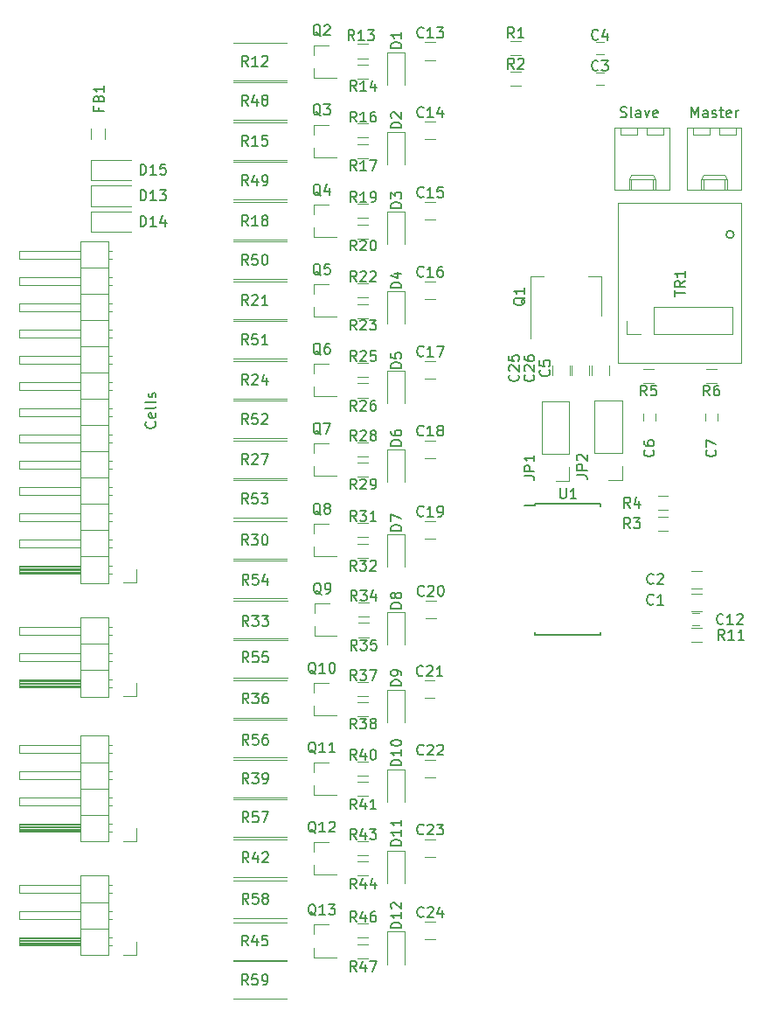
<source format=gbr>
G04 #@! TF.GenerationSoftware,KiCad,Pcbnew,5.1.0-unknown-c054944~86~ubuntu19.04.1*
G04 #@! TF.CreationDate,2019-05-08T15:05:49-04:00*
G04 #@! TF.ProjectId,LTC6811,4c544336-3831-4312-9e6b-696361645f70,rev?*
G04 #@! TF.SameCoordinates,Original*
G04 #@! TF.FileFunction,Legend,Top*
G04 #@! TF.FilePolarity,Positive*
%FSLAX46Y46*%
G04 Gerber Fmt 4.6, Leading zero omitted, Abs format (unit mm)*
G04 Created by KiCad (PCBNEW 5.1.0-unknown-c054944~86~ubuntu19.04.1) date 2019-05-08 15:05:49*
%MOMM*%
%LPD*%
G04 APERTURE LIST*
%ADD10C,0.120000*%
%ADD11C,0.150000*%
G04 APERTURE END LIST*
D10*
X52770000Y-30230000D02*
X52770000Y-28900000D01*
X54100000Y-30230000D02*
X52770000Y-30230000D01*
X55370000Y-30230000D02*
X55370000Y-27570000D01*
X55370000Y-27570000D02*
X63050000Y-27570000D01*
X55370000Y-30230000D02*
X63050000Y-30230000D01*
X63050000Y-30230000D02*
X63050000Y-27570000D01*
D11*
X43925000Y-46750000D02*
X42850000Y-46750000D01*
X43925000Y-59325000D02*
X50275000Y-59325000D01*
X43925000Y-46575000D02*
X50275000Y-46575000D01*
X43925000Y-59325000D02*
X43925000Y-59067500D01*
X50275000Y-59325000D02*
X50275000Y-59067500D01*
X50275000Y-46575000D02*
X50275000Y-46832500D01*
X43925000Y-46575000D02*
X43925000Y-46750000D01*
D10*
X2560000Y-65330000D02*
X2560000Y-57590000D01*
X2560000Y-57590000D02*
X-100000Y-57590000D01*
X-100000Y-57590000D02*
X-100000Y-65330000D01*
X-100000Y-65330000D02*
X2560000Y-65330000D01*
X-100000Y-64380000D02*
X-6100000Y-64380000D01*
X-6100000Y-64380000D02*
X-6100000Y-63620000D01*
X-6100000Y-63620000D02*
X-100000Y-63620000D01*
X-100000Y-64320000D02*
X-6100000Y-64320000D01*
X-100000Y-64200000D02*
X-6100000Y-64200000D01*
X-100000Y-64080000D02*
X-6100000Y-64080000D01*
X-100000Y-63960000D02*
X-6100000Y-63960000D01*
X-100000Y-63840000D02*
X-6100000Y-63840000D01*
X-100000Y-63720000D02*
X-6100000Y-63720000D01*
X2890000Y-64380000D02*
X2560000Y-64380000D01*
X2890000Y-63620000D02*
X2560000Y-63620000D01*
X2560000Y-62730000D02*
X-100000Y-62730000D01*
X-100000Y-61840000D02*
X-6100000Y-61840000D01*
X-6100000Y-61840000D02*
X-6100000Y-61080000D01*
X-6100000Y-61080000D02*
X-100000Y-61080000D01*
X2957071Y-61840000D02*
X2560000Y-61840000D01*
X2957071Y-61080000D02*
X2560000Y-61080000D01*
X2560000Y-60190000D02*
X-100000Y-60190000D01*
X-100000Y-59300000D02*
X-6100000Y-59300000D01*
X-6100000Y-59300000D02*
X-6100000Y-58540000D01*
X-6100000Y-58540000D02*
X-100000Y-58540000D01*
X2957071Y-59300000D02*
X2560000Y-59300000D01*
X2957071Y-58540000D02*
X2560000Y-58540000D01*
X5270000Y-64000000D02*
X5270000Y-65270000D01*
X5270000Y-65270000D02*
X4000000Y-65270000D01*
X2560000Y-90330000D02*
X2560000Y-82590000D01*
X2560000Y-82590000D02*
X-100000Y-82590000D01*
X-100000Y-82590000D02*
X-100000Y-90330000D01*
X-100000Y-90330000D02*
X2560000Y-90330000D01*
X-100000Y-89380000D02*
X-6100000Y-89380000D01*
X-6100000Y-89380000D02*
X-6100000Y-88620000D01*
X-6100000Y-88620000D02*
X-100000Y-88620000D01*
X-100000Y-89320000D02*
X-6100000Y-89320000D01*
X-100000Y-89200000D02*
X-6100000Y-89200000D01*
X-100000Y-89080000D02*
X-6100000Y-89080000D01*
X-100000Y-88960000D02*
X-6100000Y-88960000D01*
X-100000Y-88840000D02*
X-6100000Y-88840000D01*
X-100000Y-88720000D02*
X-6100000Y-88720000D01*
X2890000Y-89380000D02*
X2560000Y-89380000D01*
X2890000Y-88620000D02*
X2560000Y-88620000D01*
X2560000Y-87730000D02*
X-100000Y-87730000D01*
X-100000Y-86840000D02*
X-6100000Y-86840000D01*
X-6100000Y-86840000D02*
X-6100000Y-86080000D01*
X-6100000Y-86080000D02*
X-100000Y-86080000D01*
X2957071Y-86840000D02*
X2560000Y-86840000D01*
X2957071Y-86080000D02*
X2560000Y-86080000D01*
X2560000Y-85190000D02*
X-100000Y-85190000D01*
X-100000Y-84300000D02*
X-6100000Y-84300000D01*
X-6100000Y-84300000D02*
X-6100000Y-83540000D01*
X-6100000Y-83540000D02*
X-100000Y-83540000D01*
X2957071Y-84300000D02*
X2560000Y-84300000D01*
X2957071Y-83540000D02*
X2560000Y-83540000D01*
X5270000Y-89000000D02*
X5270000Y-90270000D01*
X5270000Y-90270000D02*
X4000000Y-90270000D01*
X2560000Y-79330000D02*
X2560000Y-69050000D01*
X2560000Y-69050000D02*
X-100000Y-69050000D01*
X-100000Y-69050000D02*
X-100000Y-79330000D01*
X-100000Y-79330000D02*
X2560000Y-79330000D01*
X-100000Y-78380000D02*
X-6100000Y-78380000D01*
X-6100000Y-78380000D02*
X-6100000Y-77620000D01*
X-6100000Y-77620000D02*
X-100000Y-77620000D01*
X-100000Y-78320000D02*
X-6100000Y-78320000D01*
X-100000Y-78200000D02*
X-6100000Y-78200000D01*
X-100000Y-78080000D02*
X-6100000Y-78080000D01*
X-100000Y-77960000D02*
X-6100000Y-77960000D01*
X-100000Y-77840000D02*
X-6100000Y-77840000D01*
X-100000Y-77720000D02*
X-6100000Y-77720000D01*
X2890000Y-78380000D02*
X2560000Y-78380000D01*
X2890000Y-77620000D02*
X2560000Y-77620000D01*
X2560000Y-76730000D02*
X-100000Y-76730000D01*
X-100000Y-75840000D02*
X-6100000Y-75840000D01*
X-6100000Y-75840000D02*
X-6100000Y-75080000D01*
X-6100000Y-75080000D02*
X-100000Y-75080000D01*
X2957071Y-75840000D02*
X2560000Y-75840000D01*
X2957071Y-75080000D02*
X2560000Y-75080000D01*
X2560000Y-74190000D02*
X-100000Y-74190000D01*
X-100000Y-73300000D02*
X-6100000Y-73300000D01*
X-6100000Y-73300000D02*
X-6100000Y-72540000D01*
X-6100000Y-72540000D02*
X-100000Y-72540000D01*
X2957071Y-73300000D02*
X2560000Y-73300000D01*
X2957071Y-72540000D02*
X2560000Y-72540000D01*
X2560000Y-71650000D02*
X-100000Y-71650000D01*
X-100000Y-70760000D02*
X-6100000Y-70760000D01*
X-6100000Y-70760000D02*
X-6100000Y-70000000D01*
X-6100000Y-70000000D02*
X-100000Y-70000000D01*
X2957071Y-70760000D02*
X2560000Y-70760000D01*
X2957071Y-70000000D02*
X2560000Y-70000000D01*
X5270000Y-78000000D02*
X5270000Y-79270000D01*
X5270000Y-79270000D02*
X4000000Y-79270000D01*
X2280000Y-10300000D02*
X2280000Y-11300000D01*
X920000Y-11300000D02*
X920000Y-10300000D01*
X850000Y-13300000D02*
X850000Y-15300000D01*
X850000Y-15300000D02*
X4750000Y-15300000D01*
X850000Y-13300000D02*
X4750000Y-13300000D01*
X850000Y-18300000D02*
X850000Y-20300000D01*
X850000Y-20300000D02*
X4750000Y-20300000D01*
X850000Y-18300000D02*
X4750000Y-18300000D01*
X850000Y-15800000D02*
X850000Y-17800000D01*
X850000Y-17800000D02*
X4750000Y-17800000D01*
X850000Y-15800000D02*
X4750000Y-15800000D01*
X47250000Y-34200000D02*
X47250000Y-33200000D01*
X45550000Y-33200000D02*
X45550000Y-34200000D01*
X49150000Y-34200000D02*
X49150000Y-33200000D01*
X47450000Y-33200000D02*
X47450000Y-34200000D01*
X19850000Y-47970000D02*
X14650000Y-47970000D01*
X14650000Y-44330000D02*
X19850000Y-44330000D01*
X19850000Y-17170000D02*
X14650000Y-17170000D01*
X14650000Y-13530000D02*
X19850000Y-13530000D01*
X60050000Y-55350000D02*
X59050000Y-55350000D01*
X59050000Y-57050000D02*
X60050000Y-57050000D01*
X60050000Y-53100000D02*
X59050000Y-53100000D01*
X59050000Y-54800000D02*
X60050000Y-54800000D01*
X49850000Y-4900000D02*
X50550000Y-4900000D01*
X50550000Y-6100000D02*
X49850000Y-6100000D01*
X49850000Y-1900000D02*
X50550000Y-1900000D01*
X50550000Y-3100000D02*
X49850000Y-3100000D01*
X51100000Y-34200000D02*
X51100000Y-33200000D01*
X49400000Y-33200000D02*
X49400000Y-34200000D01*
X55600000Y-37900000D02*
X55600000Y-38600000D01*
X54400000Y-38600000D02*
X54400000Y-37900000D01*
X61600000Y-37900000D02*
X61600000Y-38600000D01*
X60400000Y-38600000D02*
X60400000Y-37900000D01*
X59119000Y-57211000D02*
X59819000Y-57211000D01*
X59819000Y-58411000D02*
X59119000Y-58411000D01*
X2560000Y-54330000D02*
X2560000Y-21190000D01*
X2560000Y-21190000D02*
X-100000Y-21190000D01*
X-100000Y-21190000D02*
X-100000Y-54330000D01*
X-100000Y-54330000D02*
X2560000Y-54330000D01*
X-100000Y-53380000D02*
X-6100000Y-53380000D01*
X-6100000Y-53380000D02*
X-6100000Y-52620000D01*
X-6100000Y-52620000D02*
X-100000Y-52620000D01*
X-100000Y-53320000D02*
X-6100000Y-53320000D01*
X-100000Y-53200000D02*
X-6100000Y-53200000D01*
X-100000Y-53080000D02*
X-6100000Y-53080000D01*
X-100000Y-52960000D02*
X-6100000Y-52960000D01*
X-100000Y-52840000D02*
X-6100000Y-52840000D01*
X-100000Y-52720000D02*
X-6100000Y-52720000D01*
X2890000Y-53380000D02*
X2560000Y-53380000D01*
X2890000Y-52620000D02*
X2560000Y-52620000D01*
X2560000Y-51730000D02*
X-100000Y-51730000D01*
X-100000Y-50840000D02*
X-6100000Y-50840000D01*
X-6100000Y-50840000D02*
X-6100000Y-50080000D01*
X-6100000Y-50080000D02*
X-100000Y-50080000D01*
X2957071Y-50840000D02*
X2560000Y-50840000D01*
X2957071Y-50080000D02*
X2560000Y-50080000D01*
X2560000Y-49190000D02*
X-100000Y-49190000D01*
X-100000Y-48300000D02*
X-6100000Y-48300000D01*
X-6100000Y-48300000D02*
X-6100000Y-47540000D01*
X-6100000Y-47540000D02*
X-100000Y-47540000D01*
X2957071Y-48300000D02*
X2560000Y-48300000D01*
X2957071Y-47540000D02*
X2560000Y-47540000D01*
X2560000Y-46650000D02*
X-100000Y-46650000D01*
X-100000Y-45760000D02*
X-6100000Y-45760000D01*
X-6100000Y-45760000D02*
X-6100000Y-45000000D01*
X-6100000Y-45000000D02*
X-100000Y-45000000D01*
X2957071Y-45760000D02*
X2560000Y-45760000D01*
X2957071Y-45000000D02*
X2560000Y-45000000D01*
X2560000Y-44110000D02*
X-100000Y-44110000D01*
X-100000Y-43220000D02*
X-6100000Y-43220000D01*
X-6100000Y-43220000D02*
X-6100000Y-42460000D01*
X-6100000Y-42460000D02*
X-100000Y-42460000D01*
X2957071Y-43220000D02*
X2560000Y-43220000D01*
X2957071Y-42460000D02*
X2560000Y-42460000D01*
X2560000Y-41570000D02*
X-100000Y-41570000D01*
X-100000Y-40680000D02*
X-6100000Y-40680000D01*
X-6100000Y-40680000D02*
X-6100000Y-39920000D01*
X-6100000Y-39920000D02*
X-100000Y-39920000D01*
X2957071Y-40680000D02*
X2560000Y-40680000D01*
X2957071Y-39920000D02*
X2560000Y-39920000D01*
X2560000Y-39030000D02*
X-100000Y-39030000D01*
X-100000Y-38140000D02*
X-6100000Y-38140000D01*
X-6100000Y-38140000D02*
X-6100000Y-37380000D01*
X-6100000Y-37380000D02*
X-100000Y-37380000D01*
X2957071Y-38140000D02*
X2560000Y-38140000D01*
X2957071Y-37380000D02*
X2560000Y-37380000D01*
X2560000Y-36490000D02*
X-100000Y-36490000D01*
X-100000Y-35600000D02*
X-6100000Y-35600000D01*
X-6100000Y-35600000D02*
X-6100000Y-34840000D01*
X-6100000Y-34840000D02*
X-100000Y-34840000D01*
X2957071Y-35600000D02*
X2560000Y-35600000D01*
X2957071Y-34840000D02*
X2560000Y-34840000D01*
X2560000Y-33950000D02*
X-100000Y-33950000D01*
X-100000Y-33060000D02*
X-6100000Y-33060000D01*
X-6100000Y-33060000D02*
X-6100000Y-32300000D01*
X-6100000Y-32300000D02*
X-100000Y-32300000D01*
X2957071Y-33060000D02*
X2560000Y-33060000D01*
X2957071Y-32300000D02*
X2560000Y-32300000D01*
X2560000Y-31410000D02*
X-100000Y-31410000D01*
X-100000Y-30520000D02*
X-6100000Y-30520000D01*
X-6100000Y-30520000D02*
X-6100000Y-29760000D01*
X-6100000Y-29760000D02*
X-100000Y-29760000D01*
X2957071Y-30520000D02*
X2560000Y-30520000D01*
X2957071Y-29760000D02*
X2560000Y-29760000D01*
X2560000Y-28870000D02*
X-100000Y-28870000D01*
X-100000Y-27980000D02*
X-6100000Y-27980000D01*
X-6100000Y-27980000D02*
X-6100000Y-27220000D01*
X-6100000Y-27220000D02*
X-100000Y-27220000D01*
X2957071Y-27980000D02*
X2560000Y-27980000D01*
X2957071Y-27220000D02*
X2560000Y-27220000D01*
X2560000Y-26330000D02*
X-100000Y-26330000D01*
X-100000Y-25440000D02*
X-6100000Y-25440000D01*
X-6100000Y-25440000D02*
X-6100000Y-24680000D01*
X-6100000Y-24680000D02*
X-100000Y-24680000D01*
X2957071Y-25440000D02*
X2560000Y-25440000D01*
X2957071Y-24680000D02*
X2560000Y-24680000D01*
X2560000Y-23790000D02*
X-100000Y-23790000D01*
X-100000Y-22900000D02*
X-6100000Y-22900000D01*
X-6100000Y-22900000D02*
X-6100000Y-22140000D01*
X-6100000Y-22140000D02*
X-100000Y-22140000D01*
X2957071Y-22900000D02*
X2560000Y-22900000D01*
X2957071Y-22140000D02*
X2560000Y-22140000D01*
X5270000Y-53000000D02*
X5270000Y-54270000D01*
X5270000Y-54270000D02*
X4000000Y-54270000D01*
X51630000Y-10230000D02*
X51630000Y-16230000D01*
X51630000Y-16230000D02*
X56910000Y-16230000D01*
X56910000Y-16230000D02*
X56910000Y-10230000D01*
X56910000Y-10230000D02*
X51630000Y-10230000D01*
X53000000Y-16230000D02*
X53000000Y-15230000D01*
X53000000Y-15230000D02*
X55540000Y-15230000D01*
X55540000Y-15230000D02*
X55540000Y-16230000D01*
X53000000Y-15230000D02*
X53250000Y-14800000D01*
X53250000Y-14800000D02*
X55290000Y-14800000D01*
X55290000Y-14800000D02*
X55540000Y-15230000D01*
X53250000Y-16230000D02*
X53250000Y-15230000D01*
X55290000Y-16230000D02*
X55290000Y-15230000D01*
X52200000Y-10230000D02*
X52200000Y-10850000D01*
X52200000Y-10850000D02*
X53800000Y-10850000D01*
X53800000Y-10850000D02*
X53800000Y-10230000D01*
X54740000Y-10230000D02*
X54740000Y-10850000D01*
X54740000Y-10850000D02*
X56340000Y-10850000D01*
X56340000Y-10850000D02*
X56340000Y-10230000D01*
X58630000Y-10230000D02*
X58630000Y-16230000D01*
X58630000Y-16230000D02*
X63910000Y-16230000D01*
X63910000Y-16230000D02*
X63910000Y-10230000D01*
X63910000Y-10230000D02*
X58630000Y-10230000D01*
X60000000Y-16230000D02*
X60000000Y-15230000D01*
X60000000Y-15230000D02*
X62540000Y-15230000D01*
X62540000Y-15230000D02*
X62540000Y-16230000D01*
X60000000Y-15230000D02*
X60250000Y-14800000D01*
X60250000Y-14800000D02*
X62290000Y-14800000D01*
X62290000Y-14800000D02*
X62540000Y-15230000D01*
X60250000Y-16230000D02*
X60250000Y-15230000D01*
X62290000Y-16230000D02*
X62290000Y-15230000D01*
X59200000Y-10230000D02*
X59200000Y-10850000D01*
X59200000Y-10850000D02*
X60800000Y-10850000D01*
X60800000Y-10850000D02*
X60800000Y-10230000D01*
X61740000Y-10230000D02*
X61740000Y-10850000D01*
X61740000Y-10850000D02*
X63340000Y-10850000D01*
X63340000Y-10850000D02*
X63340000Y-10230000D01*
X47230000Y-36690000D02*
X44570000Y-36690000D01*
X47230000Y-41830000D02*
X47230000Y-36690000D01*
X44570000Y-41830000D02*
X44570000Y-36690000D01*
X47230000Y-41830000D02*
X44570000Y-41830000D01*
X47230000Y-43100000D02*
X47230000Y-44430000D01*
X47230000Y-44430000D02*
X45900000Y-44430000D01*
X52330000Y-36590000D02*
X49670000Y-36590000D01*
X52330000Y-41730000D02*
X52330000Y-36590000D01*
X49670000Y-41730000D02*
X49670000Y-36590000D01*
X52330000Y-41730000D02*
X49670000Y-41730000D01*
X52330000Y-43000000D02*
X52330000Y-44330000D01*
X52330000Y-44330000D02*
X51000000Y-44330000D01*
X50310000Y-24640000D02*
X49050000Y-24640000D01*
X43490000Y-24640000D02*
X44750000Y-24640000D01*
X50310000Y-28400000D02*
X50310000Y-24640000D01*
X43490000Y-30650000D02*
X43490000Y-24640000D01*
X22490000Y-2220000D02*
X22490000Y-3150000D01*
X22490000Y-5380000D02*
X22490000Y-4450000D01*
X22490000Y-5380000D02*
X24650000Y-5380000D01*
X22490000Y-2220000D02*
X23950000Y-2220000D01*
X22490000Y-9920000D02*
X22490000Y-10850000D01*
X22490000Y-13080000D02*
X22490000Y-12150000D01*
X22490000Y-13080000D02*
X24650000Y-13080000D01*
X22490000Y-9920000D02*
X23950000Y-9920000D01*
X22490000Y-17670000D02*
X22490000Y-18600000D01*
X22490000Y-20830000D02*
X22490000Y-19900000D01*
X22490000Y-20830000D02*
X24650000Y-20830000D01*
X22490000Y-17670000D02*
X23950000Y-17670000D01*
X22490000Y-25370000D02*
X22490000Y-26300000D01*
X22490000Y-28530000D02*
X22490000Y-27600000D01*
X22490000Y-28530000D02*
X24650000Y-28530000D01*
X22490000Y-25370000D02*
X23950000Y-25370000D01*
X22490000Y-33070000D02*
X22490000Y-34000000D01*
X22490000Y-36230000D02*
X22490000Y-35300000D01*
X22490000Y-36230000D02*
X24650000Y-36230000D01*
X22490000Y-33070000D02*
X23950000Y-33070000D01*
X22490000Y-40770000D02*
X22490000Y-41700000D01*
X22490000Y-43930000D02*
X22490000Y-43000000D01*
X22490000Y-43930000D02*
X24650000Y-43930000D01*
X22490000Y-40770000D02*
X23950000Y-40770000D01*
X22490000Y-48570000D02*
X22490000Y-49500000D01*
X22490000Y-51730000D02*
X22490000Y-50800000D01*
X22490000Y-51730000D02*
X24650000Y-51730000D01*
X22490000Y-48570000D02*
X23950000Y-48570000D01*
X22540000Y-56270000D02*
X22540000Y-57200000D01*
X22540000Y-59430000D02*
X22540000Y-58500000D01*
X22540000Y-59430000D02*
X24700000Y-59430000D01*
X22540000Y-56270000D02*
X24000000Y-56270000D01*
X22490000Y-63970000D02*
X22490000Y-64900000D01*
X22490000Y-67130000D02*
X22490000Y-66200000D01*
X22490000Y-67130000D02*
X24650000Y-67130000D01*
X22490000Y-63970000D02*
X23950000Y-63970000D01*
X22490000Y-71670000D02*
X22490000Y-72600000D01*
X22490000Y-74830000D02*
X22490000Y-73900000D01*
X22490000Y-74830000D02*
X24650000Y-74830000D01*
X22490000Y-71670000D02*
X23950000Y-71670000D01*
X22490000Y-79370000D02*
X22490000Y-80300000D01*
X22490000Y-82530000D02*
X22490000Y-81600000D01*
X22490000Y-82530000D02*
X24650000Y-82530000D01*
X22490000Y-79370000D02*
X23950000Y-79370000D01*
X22490000Y-87370000D02*
X22490000Y-88300000D01*
X22490000Y-90530000D02*
X22490000Y-89600000D01*
X22490000Y-90530000D02*
X24650000Y-90530000D01*
X22490000Y-87370000D02*
X23950000Y-87370000D01*
X42550000Y-3180000D02*
X41550000Y-3180000D01*
X41550000Y-1820000D02*
X42550000Y-1820000D01*
X42550000Y-6180000D02*
X41550000Y-6180000D01*
X41550000Y-4820000D02*
X42550000Y-4820000D01*
X56800000Y-49230000D02*
X55800000Y-49230000D01*
X55800000Y-47870000D02*
X56800000Y-47870000D01*
X56800000Y-47230000D02*
X55800000Y-47230000D01*
X55800000Y-45870000D02*
X56800000Y-45870000D01*
X55400000Y-34930000D02*
X54400000Y-34930000D01*
X54400000Y-33570000D02*
X55400000Y-33570000D01*
X61500000Y-34930000D02*
X60500000Y-34930000D01*
X60500000Y-33570000D02*
X61500000Y-33570000D01*
X59045200Y-58655000D02*
X60045200Y-58655000D01*
X60045200Y-60015000D02*
X59045200Y-60015000D01*
X26750000Y-2120000D02*
X27750000Y-2120000D01*
X27750000Y-3480000D02*
X26750000Y-3480000D01*
X26750000Y-4120000D02*
X27750000Y-4120000D01*
X27750000Y-5480000D02*
X26750000Y-5480000D01*
X26750000Y-9820000D02*
X27750000Y-9820000D01*
X27750000Y-11180000D02*
X26750000Y-11180000D01*
X26750000Y-11820000D02*
X27750000Y-11820000D01*
X27750000Y-13180000D02*
X26750000Y-13180000D01*
X26750000Y-17570000D02*
X27750000Y-17570000D01*
X27750000Y-18930000D02*
X26750000Y-18930000D01*
X26750000Y-19570000D02*
X27750000Y-19570000D01*
X27750000Y-20930000D02*
X26750000Y-20930000D01*
X26750000Y-25270000D02*
X27750000Y-25270000D01*
X27750000Y-26630000D02*
X26750000Y-26630000D01*
X26750000Y-27270000D02*
X27750000Y-27270000D01*
X27750000Y-28630000D02*
X26750000Y-28630000D01*
X26750000Y-32970000D02*
X27750000Y-32970000D01*
X27750000Y-34330000D02*
X26750000Y-34330000D01*
X26750000Y-34970000D02*
X27750000Y-34970000D01*
X27750000Y-36330000D02*
X26750000Y-36330000D01*
X26750000Y-40670000D02*
X27750000Y-40670000D01*
X27750000Y-42030000D02*
X26750000Y-42030000D01*
X26750000Y-42670000D02*
X27750000Y-42670000D01*
X27750000Y-44030000D02*
X26750000Y-44030000D01*
X26750000Y-48470000D02*
X27750000Y-48470000D01*
X27750000Y-49830000D02*
X26750000Y-49830000D01*
X26750000Y-50470000D02*
X27750000Y-50470000D01*
X27750000Y-51830000D02*
X26750000Y-51830000D01*
X26800000Y-56170000D02*
X27800000Y-56170000D01*
X27800000Y-57530000D02*
X26800000Y-57530000D01*
X26800000Y-58170000D02*
X27800000Y-58170000D01*
X27800000Y-59530000D02*
X26800000Y-59530000D01*
X26750000Y-63870000D02*
X27750000Y-63870000D01*
X27750000Y-65230000D02*
X26750000Y-65230000D01*
X26750000Y-65870000D02*
X27750000Y-65870000D01*
X27750000Y-67230000D02*
X26750000Y-67230000D01*
X26750000Y-71570000D02*
X27750000Y-71570000D01*
X27750000Y-72930000D02*
X26750000Y-72930000D01*
X26750000Y-73570000D02*
X27750000Y-73570000D01*
X27750000Y-74930000D02*
X26750000Y-74930000D01*
X26750000Y-79270000D02*
X27750000Y-79270000D01*
X27750000Y-80630000D02*
X26750000Y-80630000D01*
X26750000Y-81270000D02*
X27750000Y-81270000D01*
X27750000Y-82630000D02*
X26750000Y-82630000D01*
X26750000Y-87270000D02*
X27750000Y-87270000D01*
X27750000Y-88630000D02*
X26750000Y-88630000D01*
X26750000Y-89270000D02*
X27750000Y-89270000D01*
X27750000Y-90630000D02*
X26750000Y-90630000D01*
D11*
X63172030Y-20551000D02*
G75*
G03X63172030Y-20551000I-369830J0D01*
G01*
D10*
X51900000Y-33000000D02*
X51900000Y-17500000D01*
X51900000Y-17500000D02*
X63900000Y-17500000D01*
X63900000Y-17500000D02*
X63900000Y-33000000D01*
X63900000Y-33000000D02*
X51900000Y-33000000D01*
X19850000Y-5620000D02*
X14650000Y-5620000D01*
X14650000Y-1980000D02*
X19850000Y-1980000D01*
X19850000Y-13320000D02*
X14650000Y-13320000D01*
X14650000Y-9680000D02*
X19850000Y-9680000D01*
X19850000Y-21070000D02*
X14650000Y-21070000D01*
X14650000Y-17430000D02*
X19850000Y-17430000D01*
X19850000Y-28770000D02*
X14650000Y-28770000D01*
X14650000Y-25130000D02*
X19850000Y-25130000D01*
X19850000Y-36470000D02*
X14650000Y-36470000D01*
X14650000Y-32830000D02*
X19850000Y-32830000D01*
X19850000Y-44170000D02*
X14650000Y-44170000D01*
X14650000Y-40530000D02*
X19850000Y-40530000D01*
X19850000Y-51970000D02*
X14650000Y-51970000D01*
X14650000Y-48330000D02*
X19850000Y-48330000D01*
X19900000Y-59670000D02*
X14700000Y-59670000D01*
X14700000Y-56030000D02*
X19900000Y-56030000D01*
X19850000Y-75070000D02*
X14650000Y-75070000D01*
X14650000Y-71430000D02*
X19850000Y-71430000D01*
X19850000Y-82770000D02*
X14650000Y-82770000D01*
X14650000Y-79130000D02*
X19850000Y-79130000D01*
X19850000Y-90770000D02*
X14650000Y-90770000D01*
X14650000Y-87130000D02*
X19850000Y-87130000D01*
X19850000Y-67370000D02*
X14650000Y-67370000D01*
X14650000Y-63730000D02*
X19850000Y-63730000D01*
X34250000Y-1950000D02*
X33250000Y-1950000D01*
X33250000Y-3650000D02*
X34250000Y-3650000D01*
X34250000Y-9650000D02*
X33250000Y-9650000D01*
X33250000Y-11350000D02*
X34250000Y-11350000D01*
X34250000Y-17400000D02*
X33250000Y-17400000D01*
X33250000Y-19100000D02*
X34250000Y-19100000D01*
X34250000Y-25100000D02*
X33250000Y-25100000D01*
X33250000Y-26800000D02*
X34250000Y-26800000D01*
X34250000Y-32800000D02*
X33250000Y-32800000D01*
X33250000Y-34500000D02*
X34250000Y-34500000D01*
X34250000Y-40500000D02*
X33250000Y-40500000D01*
X33250000Y-42200000D02*
X34250000Y-42200000D01*
X34250000Y-48300000D02*
X33250000Y-48300000D01*
X33250000Y-50000000D02*
X34250000Y-50000000D01*
X34300000Y-56000000D02*
X33300000Y-56000000D01*
X33300000Y-57700000D02*
X34300000Y-57700000D01*
X34200000Y-63750000D02*
X33200000Y-63750000D01*
X33200000Y-65450000D02*
X34200000Y-65450000D01*
X34250000Y-71400000D02*
X33250000Y-71400000D01*
X33250000Y-73100000D02*
X34250000Y-73100000D01*
X34250000Y-79100000D02*
X33250000Y-79100000D01*
X33250000Y-80800000D02*
X34250000Y-80800000D01*
X34250000Y-87100000D02*
X33250000Y-87100000D01*
X33250000Y-88800000D02*
X34250000Y-88800000D01*
X19850000Y-9420000D02*
X14650000Y-9420000D01*
X14650000Y-5780000D02*
X19850000Y-5780000D01*
X19850000Y-24870000D02*
X14650000Y-24870000D01*
X14650000Y-21230000D02*
X19850000Y-21230000D01*
X19850000Y-32570000D02*
X14650000Y-32570000D01*
X14650000Y-28930000D02*
X19850000Y-28930000D01*
X19850000Y-40270000D02*
X14650000Y-40270000D01*
X14650000Y-36630000D02*
X19850000Y-36630000D01*
X19850000Y-55770000D02*
X14650000Y-55770000D01*
X14650000Y-52130000D02*
X19850000Y-52130000D01*
X19900000Y-63470000D02*
X14700000Y-63470000D01*
X14700000Y-59830000D02*
X19900000Y-59830000D01*
X19850000Y-71170000D02*
X14650000Y-71170000D01*
X14650000Y-67530000D02*
X19850000Y-67530000D01*
X19850000Y-78870000D02*
X14650000Y-78870000D01*
X14650000Y-75230000D02*
X19850000Y-75230000D01*
X19850000Y-86770000D02*
X14650000Y-86770000D01*
X14650000Y-83130000D02*
X19850000Y-83130000D01*
X19850000Y-94570000D02*
X14650000Y-94570000D01*
X14650000Y-90930000D02*
X19850000Y-90930000D01*
X31250000Y-2900000D02*
X29550000Y-2900000D01*
X29550000Y-2900000D02*
X29550000Y-6050000D01*
X31250000Y-2900000D02*
X31250000Y-6050000D01*
X31250000Y-10600000D02*
X31250000Y-13750000D01*
X29550000Y-10600000D02*
X29550000Y-13750000D01*
X31250000Y-10600000D02*
X29550000Y-10600000D01*
X31250000Y-18350000D02*
X31250000Y-21500000D01*
X29550000Y-18350000D02*
X29550000Y-21500000D01*
X31250000Y-18350000D02*
X29550000Y-18350000D01*
X31250000Y-26050000D02*
X31250000Y-29200000D01*
X29550000Y-26050000D02*
X29550000Y-29200000D01*
X31250000Y-26050000D02*
X29550000Y-26050000D01*
X31250000Y-33750000D02*
X29550000Y-33750000D01*
X29550000Y-33750000D02*
X29550000Y-36900000D01*
X31250000Y-33750000D02*
X31250000Y-36900000D01*
X31250000Y-41350000D02*
X29550000Y-41350000D01*
X29550000Y-41350000D02*
X29550000Y-44500000D01*
X31250000Y-41350000D02*
X31250000Y-44500000D01*
X31250000Y-49600000D02*
X29550000Y-49600000D01*
X29550000Y-49600000D02*
X29550000Y-52750000D01*
X31250000Y-49600000D02*
X31250000Y-52750000D01*
X31300000Y-57100000D02*
X29600000Y-57100000D01*
X29600000Y-57100000D02*
X29600000Y-60250000D01*
X31300000Y-57100000D02*
X31300000Y-60250000D01*
X31250000Y-64650000D02*
X29550000Y-64650000D01*
X29550000Y-64650000D02*
X29550000Y-67800000D01*
X31250000Y-64650000D02*
X31250000Y-67800000D01*
X31250000Y-72350000D02*
X29550000Y-72350000D01*
X29550000Y-72350000D02*
X29550000Y-75500000D01*
X31250000Y-72350000D02*
X31250000Y-75500000D01*
X31250000Y-80200000D02*
X31250000Y-83350000D01*
X29550000Y-80200000D02*
X29550000Y-83350000D01*
X31250000Y-80200000D02*
X29550000Y-80200000D01*
X31250000Y-88050000D02*
X31250000Y-91200000D01*
X29550000Y-88050000D02*
X29550000Y-91200000D01*
X31250000Y-88050000D02*
X29550000Y-88050000D01*
D11*
X46338095Y-45102380D02*
X46338095Y-45911904D01*
X46385714Y-46007142D01*
X46433333Y-46054761D01*
X46528571Y-46102380D01*
X46719047Y-46102380D01*
X46814285Y-46054761D01*
X46861904Y-46007142D01*
X46909523Y-45911904D01*
X46909523Y-45102380D01*
X47909523Y-46102380D02*
X47338095Y-46102380D01*
X47623809Y-46102380D02*
X47623809Y-45102380D01*
X47528571Y-45245238D01*
X47433333Y-45340476D01*
X47338095Y-45388095D01*
X1628571Y-8233333D02*
X1628571Y-8566666D01*
X2152380Y-8566666D02*
X1152380Y-8566666D01*
X1152380Y-8090476D01*
X1628571Y-7376190D02*
X1676190Y-7233333D01*
X1723809Y-7185714D01*
X1819047Y-7138095D01*
X1961904Y-7138095D01*
X2057142Y-7185714D01*
X2104761Y-7233333D01*
X2152380Y-7328571D01*
X2152380Y-7709523D01*
X1152380Y-7709523D01*
X1152380Y-7376190D01*
X1200000Y-7280952D01*
X1247619Y-7233333D01*
X1342857Y-7185714D01*
X1438095Y-7185714D01*
X1533333Y-7233333D01*
X1580952Y-7280952D01*
X1628571Y-7376190D01*
X1628571Y-7709523D01*
X2152380Y-6185714D02*
X2152380Y-6757142D01*
X2152380Y-6471428D02*
X1152380Y-6471428D01*
X1295238Y-6566666D01*
X1390476Y-6661904D01*
X1438095Y-6757142D01*
X5685714Y-14752380D02*
X5685714Y-13752380D01*
X5923809Y-13752380D01*
X6066666Y-13800000D01*
X6161904Y-13895238D01*
X6209523Y-13990476D01*
X6257142Y-14180952D01*
X6257142Y-14323809D01*
X6209523Y-14514285D01*
X6161904Y-14609523D01*
X6066666Y-14704761D01*
X5923809Y-14752380D01*
X5685714Y-14752380D01*
X7209523Y-14752380D02*
X6638095Y-14752380D01*
X6923809Y-14752380D02*
X6923809Y-13752380D01*
X6828571Y-13895238D01*
X6733333Y-13990476D01*
X6638095Y-14038095D01*
X8114285Y-13752380D02*
X7638095Y-13752380D01*
X7590476Y-14228571D01*
X7638095Y-14180952D01*
X7733333Y-14133333D01*
X7971428Y-14133333D01*
X8066666Y-14180952D01*
X8114285Y-14228571D01*
X8161904Y-14323809D01*
X8161904Y-14561904D01*
X8114285Y-14657142D01*
X8066666Y-14704761D01*
X7971428Y-14752380D01*
X7733333Y-14752380D01*
X7638095Y-14704761D01*
X7590476Y-14657142D01*
X5685714Y-19752380D02*
X5685714Y-18752380D01*
X5923809Y-18752380D01*
X6066666Y-18800000D01*
X6161904Y-18895238D01*
X6209523Y-18990476D01*
X6257142Y-19180952D01*
X6257142Y-19323809D01*
X6209523Y-19514285D01*
X6161904Y-19609523D01*
X6066666Y-19704761D01*
X5923809Y-19752380D01*
X5685714Y-19752380D01*
X7209523Y-19752380D02*
X6638095Y-19752380D01*
X6923809Y-19752380D02*
X6923809Y-18752380D01*
X6828571Y-18895238D01*
X6733333Y-18990476D01*
X6638095Y-19038095D01*
X8066666Y-19085714D02*
X8066666Y-19752380D01*
X7828571Y-18704761D02*
X7590476Y-19419047D01*
X8209523Y-19419047D01*
X5685714Y-17252380D02*
X5685714Y-16252380D01*
X5923809Y-16252380D01*
X6066666Y-16300000D01*
X6161904Y-16395238D01*
X6209523Y-16490476D01*
X6257142Y-16680952D01*
X6257142Y-16823809D01*
X6209523Y-17014285D01*
X6161904Y-17109523D01*
X6066666Y-17204761D01*
X5923809Y-17252380D01*
X5685714Y-17252380D01*
X7209523Y-17252380D02*
X6638095Y-17252380D01*
X6923809Y-17252380D02*
X6923809Y-16252380D01*
X6828571Y-16395238D01*
X6733333Y-16490476D01*
X6638095Y-16538095D01*
X7542857Y-16252380D02*
X8161904Y-16252380D01*
X7828571Y-16633333D01*
X7971428Y-16633333D01*
X8066666Y-16680952D01*
X8114285Y-16728571D01*
X8161904Y-16823809D01*
X8161904Y-17061904D01*
X8114285Y-17157142D01*
X8066666Y-17204761D01*
X7971428Y-17252380D01*
X7685714Y-17252380D01*
X7590476Y-17204761D01*
X7542857Y-17157142D01*
X43757142Y-34142857D02*
X43804761Y-34190476D01*
X43852380Y-34333333D01*
X43852380Y-34428571D01*
X43804761Y-34571428D01*
X43709523Y-34666666D01*
X43614285Y-34714285D01*
X43423809Y-34761904D01*
X43280952Y-34761904D01*
X43090476Y-34714285D01*
X42995238Y-34666666D01*
X42900000Y-34571428D01*
X42852380Y-34428571D01*
X42852380Y-34333333D01*
X42900000Y-34190476D01*
X42947619Y-34142857D01*
X42947619Y-33761904D02*
X42900000Y-33714285D01*
X42852380Y-33619047D01*
X42852380Y-33380952D01*
X42900000Y-33285714D01*
X42947619Y-33238095D01*
X43042857Y-33190476D01*
X43138095Y-33190476D01*
X43280952Y-33238095D01*
X43852380Y-33809523D01*
X43852380Y-33190476D01*
X42852380Y-32333333D02*
X42852380Y-32523809D01*
X42900000Y-32619047D01*
X42947619Y-32666666D01*
X43090476Y-32761904D01*
X43280952Y-32809523D01*
X43661904Y-32809523D01*
X43757142Y-32761904D01*
X43804761Y-32714285D01*
X43852380Y-32619047D01*
X43852380Y-32428571D01*
X43804761Y-32333333D01*
X43757142Y-32285714D01*
X43661904Y-32238095D01*
X43423809Y-32238095D01*
X43328571Y-32285714D01*
X43280952Y-32333333D01*
X43233333Y-32428571D01*
X43233333Y-32619047D01*
X43280952Y-32714285D01*
X43328571Y-32761904D01*
X43423809Y-32809523D01*
X42257142Y-34142857D02*
X42304761Y-34190476D01*
X42352380Y-34333333D01*
X42352380Y-34428571D01*
X42304761Y-34571428D01*
X42209523Y-34666666D01*
X42114285Y-34714285D01*
X41923809Y-34761904D01*
X41780952Y-34761904D01*
X41590476Y-34714285D01*
X41495238Y-34666666D01*
X41400000Y-34571428D01*
X41352380Y-34428571D01*
X41352380Y-34333333D01*
X41400000Y-34190476D01*
X41447619Y-34142857D01*
X41447619Y-33761904D02*
X41400000Y-33714285D01*
X41352380Y-33619047D01*
X41352380Y-33380952D01*
X41400000Y-33285714D01*
X41447619Y-33238095D01*
X41542857Y-33190476D01*
X41638095Y-33190476D01*
X41780952Y-33238095D01*
X42352380Y-33809523D01*
X42352380Y-33190476D01*
X41352380Y-32285714D02*
X41352380Y-32761904D01*
X41828571Y-32809523D01*
X41780952Y-32761904D01*
X41733333Y-32666666D01*
X41733333Y-32428571D01*
X41780952Y-32333333D01*
X41828571Y-32285714D01*
X41923809Y-32238095D01*
X42161904Y-32238095D01*
X42257142Y-32285714D01*
X42304761Y-32333333D01*
X42352380Y-32428571D01*
X42352380Y-32666666D01*
X42304761Y-32761904D01*
X42257142Y-32809523D01*
X16107142Y-46602380D02*
X15773809Y-46126190D01*
X15535714Y-46602380D02*
X15535714Y-45602380D01*
X15916666Y-45602380D01*
X16011904Y-45650000D01*
X16059523Y-45697619D01*
X16107142Y-45792857D01*
X16107142Y-45935714D01*
X16059523Y-46030952D01*
X16011904Y-46078571D01*
X15916666Y-46126190D01*
X15535714Y-46126190D01*
X17011904Y-45602380D02*
X16535714Y-45602380D01*
X16488095Y-46078571D01*
X16535714Y-46030952D01*
X16630952Y-45983333D01*
X16869047Y-45983333D01*
X16964285Y-46030952D01*
X17011904Y-46078571D01*
X17059523Y-46173809D01*
X17059523Y-46411904D01*
X17011904Y-46507142D01*
X16964285Y-46554761D01*
X16869047Y-46602380D01*
X16630952Y-46602380D01*
X16535714Y-46554761D01*
X16488095Y-46507142D01*
X17392857Y-45602380D02*
X18011904Y-45602380D01*
X17678571Y-45983333D01*
X17821428Y-45983333D01*
X17916666Y-46030952D01*
X17964285Y-46078571D01*
X18011904Y-46173809D01*
X18011904Y-46411904D01*
X17964285Y-46507142D01*
X17916666Y-46554761D01*
X17821428Y-46602380D01*
X17535714Y-46602380D01*
X17440476Y-46554761D01*
X17392857Y-46507142D01*
X16107142Y-15802380D02*
X15773809Y-15326190D01*
X15535714Y-15802380D02*
X15535714Y-14802380D01*
X15916666Y-14802380D01*
X16011904Y-14850000D01*
X16059523Y-14897619D01*
X16107142Y-14992857D01*
X16107142Y-15135714D01*
X16059523Y-15230952D01*
X16011904Y-15278571D01*
X15916666Y-15326190D01*
X15535714Y-15326190D01*
X16964285Y-15135714D02*
X16964285Y-15802380D01*
X16726190Y-14754761D02*
X16488095Y-15469047D01*
X17107142Y-15469047D01*
X17535714Y-15802380D02*
X17726190Y-15802380D01*
X17821428Y-15754761D01*
X17869047Y-15707142D01*
X17964285Y-15564285D01*
X18011904Y-15373809D01*
X18011904Y-14992857D01*
X17964285Y-14897619D01*
X17916666Y-14850000D01*
X17821428Y-14802380D01*
X17630952Y-14802380D01*
X17535714Y-14850000D01*
X17488095Y-14897619D01*
X17440476Y-14992857D01*
X17440476Y-15230952D01*
X17488095Y-15326190D01*
X17535714Y-15373809D01*
X17630952Y-15421428D01*
X17821428Y-15421428D01*
X17916666Y-15373809D01*
X17964285Y-15326190D01*
X18011904Y-15230952D01*
X55383333Y-56307142D02*
X55335714Y-56354761D01*
X55192857Y-56402380D01*
X55097619Y-56402380D01*
X54954761Y-56354761D01*
X54859523Y-56259523D01*
X54811904Y-56164285D01*
X54764285Y-55973809D01*
X54764285Y-55830952D01*
X54811904Y-55640476D01*
X54859523Y-55545238D01*
X54954761Y-55450000D01*
X55097619Y-55402380D01*
X55192857Y-55402380D01*
X55335714Y-55450000D01*
X55383333Y-55497619D01*
X56335714Y-56402380D02*
X55764285Y-56402380D01*
X56050000Y-56402380D02*
X56050000Y-55402380D01*
X55954761Y-55545238D01*
X55859523Y-55640476D01*
X55764285Y-55688095D01*
X55383333Y-54307142D02*
X55335714Y-54354761D01*
X55192857Y-54402380D01*
X55097619Y-54402380D01*
X54954761Y-54354761D01*
X54859523Y-54259523D01*
X54811904Y-54164285D01*
X54764285Y-53973809D01*
X54764285Y-53830952D01*
X54811904Y-53640476D01*
X54859523Y-53545238D01*
X54954761Y-53450000D01*
X55097619Y-53402380D01*
X55192857Y-53402380D01*
X55335714Y-53450000D01*
X55383333Y-53497619D01*
X55764285Y-53497619D02*
X55811904Y-53450000D01*
X55907142Y-53402380D01*
X56145238Y-53402380D01*
X56240476Y-53450000D01*
X56288095Y-53497619D01*
X56335714Y-53592857D01*
X56335714Y-53688095D01*
X56288095Y-53830952D01*
X55716666Y-54402380D01*
X56335714Y-54402380D01*
X50033333Y-4607142D02*
X49985714Y-4654761D01*
X49842857Y-4702380D01*
X49747619Y-4702380D01*
X49604761Y-4654761D01*
X49509523Y-4559523D01*
X49461904Y-4464285D01*
X49414285Y-4273809D01*
X49414285Y-4130952D01*
X49461904Y-3940476D01*
X49509523Y-3845238D01*
X49604761Y-3750000D01*
X49747619Y-3702380D01*
X49842857Y-3702380D01*
X49985714Y-3750000D01*
X50033333Y-3797619D01*
X50366666Y-3702380D02*
X50985714Y-3702380D01*
X50652380Y-4083333D01*
X50795238Y-4083333D01*
X50890476Y-4130952D01*
X50938095Y-4178571D01*
X50985714Y-4273809D01*
X50985714Y-4511904D01*
X50938095Y-4607142D01*
X50890476Y-4654761D01*
X50795238Y-4702380D01*
X50509523Y-4702380D01*
X50414285Y-4654761D01*
X50366666Y-4607142D01*
X50033333Y-1607142D02*
X49985714Y-1654761D01*
X49842857Y-1702380D01*
X49747619Y-1702380D01*
X49604761Y-1654761D01*
X49509523Y-1559523D01*
X49461904Y-1464285D01*
X49414285Y-1273809D01*
X49414285Y-1130952D01*
X49461904Y-940476D01*
X49509523Y-845238D01*
X49604761Y-750000D01*
X49747619Y-702380D01*
X49842857Y-702380D01*
X49985714Y-750000D01*
X50033333Y-797619D01*
X50890476Y-1035714D02*
X50890476Y-1702380D01*
X50652380Y-654761D02*
X50414285Y-1369047D01*
X51033333Y-1369047D01*
X45257142Y-33666666D02*
X45304761Y-33714285D01*
X45352380Y-33857142D01*
X45352380Y-33952380D01*
X45304761Y-34095238D01*
X45209523Y-34190476D01*
X45114285Y-34238095D01*
X44923809Y-34285714D01*
X44780952Y-34285714D01*
X44590476Y-34238095D01*
X44495238Y-34190476D01*
X44400000Y-34095238D01*
X44352380Y-33952380D01*
X44352380Y-33857142D01*
X44400000Y-33714285D01*
X44447619Y-33666666D01*
X44352380Y-32761904D02*
X44352380Y-33238095D01*
X44828571Y-33285714D01*
X44780952Y-33238095D01*
X44733333Y-33142857D01*
X44733333Y-32904761D01*
X44780952Y-32809523D01*
X44828571Y-32761904D01*
X44923809Y-32714285D01*
X45161904Y-32714285D01*
X45257142Y-32761904D01*
X45304761Y-32809523D01*
X45352380Y-32904761D01*
X45352380Y-33142857D01*
X45304761Y-33238095D01*
X45257142Y-33285714D01*
X55357142Y-41416666D02*
X55404761Y-41464285D01*
X55452380Y-41607142D01*
X55452380Y-41702380D01*
X55404761Y-41845238D01*
X55309523Y-41940476D01*
X55214285Y-41988095D01*
X55023809Y-42035714D01*
X54880952Y-42035714D01*
X54690476Y-41988095D01*
X54595238Y-41940476D01*
X54500000Y-41845238D01*
X54452380Y-41702380D01*
X54452380Y-41607142D01*
X54500000Y-41464285D01*
X54547619Y-41416666D01*
X54452380Y-40559523D02*
X54452380Y-40750000D01*
X54500000Y-40845238D01*
X54547619Y-40892857D01*
X54690476Y-40988095D01*
X54880952Y-41035714D01*
X55261904Y-41035714D01*
X55357142Y-40988095D01*
X55404761Y-40940476D01*
X55452380Y-40845238D01*
X55452380Y-40654761D01*
X55404761Y-40559523D01*
X55357142Y-40511904D01*
X55261904Y-40464285D01*
X55023809Y-40464285D01*
X54928571Y-40511904D01*
X54880952Y-40559523D01*
X54833333Y-40654761D01*
X54833333Y-40845238D01*
X54880952Y-40940476D01*
X54928571Y-40988095D01*
X55023809Y-41035714D01*
X61357142Y-41416666D02*
X61404761Y-41464285D01*
X61452380Y-41607142D01*
X61452380Y-41702380D01*
X61404761Y-41845238D01*
X61309523Y-41940476D01*
X61214285Y-41988095D01*
X61023809Y-42035714D01*
X60880952Y-42035714D01*
X60690476Y-41988095D01*
X60595238Y-41940476D01*
X60500000Y-41845238D01*
X60452380Y-41702380D01*
X60452380Y-41607142D01*
X60500000Y-41464285D01*
X60547619Y-41416666D01*
X60452380Y-41083333D02*
X60452380Y-40416666D01*
X61452380Y-40845238D01*
X62128142Y-58207942D02*
X62080523Y-58255561D01*
X61937666Y-58303180D01*
X61842428Y-58303180D01*
X61699571Y-58255561D01*
X61604333Y-58160323D01*
X61556714Y-58065085D01*
X61509095Y-57874609D01*
X61509095Y-57731752D01*
X61556714Y-57541276D01*
X61604333Y-57446038D01*
X61699571Y-57350800D01*
X61842428Y-57303180D01*
X61937666Y-57303180D01*
X62080523Y-57350800D01*
X62128142Y-57398419D01*
X63080523Y-58303180D02*
X62509095Y-58303180D01*
X62794809Y-58303180D02*
X62794809Y-57303180D01*
X62699571Y-57446038D01*
X62604333Y-57541276D01*
X62509095Y-57588895D01*
X63461476Y-57398419D02*
X63509095Y-57350800D01*
X63604333Y-57303180D01*
X63842428Y-57303180D01*
X63937666Y-57350800D01*
X63985285Y-57398419D01*
X64032904Y-57493657D01*
X64032904Y-57588895D01*
X63985285Y-57731752D01*
X63413857Y-58303180D01*
X64032904Y-58303180D01*
X7067857Y-38679047D02*
X7116904Y-38728095D01*
X7165952Y-38875238D01*
X7165952Y-38973333D01*
X7116904Y-39120476D01*
X7018809Y-39218571D01*
X6920714Y-39267619D01*
X6724523Y-39316666D01*
X6577380Y-39316666D01*
X6381190Y-39267619D01*
X6283095Y-39218571D01*
X6185000Y-39120476D01*
X6135952Y-38973333D01*
X6135952Y-38875238D01*
X6185000Y-38728095D01*
X6234047Y-38679047D01*
X7116904Y-37845238D02*
X7165952Y-37943333D01*
X7165952Y-38139523D01*
X7116904Y-38237619D01*
X7018809Y-38286666D01*
X6626428Y-38286666D01*
X6528333Y-38237619D01*
X6479285Y-38139523D01*
X6479285Y-37943333D01*
X6528333Y-37845238D01*
X6626428Y-37796190D01*
X6724523Y-37796190D01*
X6822619Y-38286666D01*
X7165952Y-37207619D02*
X7116904Y-37305714D01*
X7018809Y-37354761D01*
X6135952Y-37354761D01*
X7165952Y-36668095D02*
X7116904Y-36766190D01*
X7018809Y-36815238D01*
X6135952Y-36815238D01*
X7116904Y-36324761D02*
X7165952Y-36226666D01*
X7165952Y-36030476D01*
X7116904Y-35932380D01*
X7018809Y-35883333D01*
X6969761Y-35883333D01*
X6871666Y-35932380D01*
X6822619Y-36030476D01*
X6822619Y-36177619D01*
X6773571Y-36275714D01*
X6675476Y-36324761D01*
X6626428Y-36324761D01*
X6528333Y-36275714D01*
X6479285Y-36177619D01*
X6479285Y-36030476D01*
X6528333Y-35932380D01*
X52190476Y-9154761D02*
X52333333Y-9202380D01*
X52571428Y-9202380D01*
X52666666Y-9154761D01*
X52714285Y-9107142D01*
X52761904Y-9011904D01*
X52761904Y-8916666D01*
X52714285Y-8821428D01*
X52666666Y-8773809D01*
X52571428Y-8726190D01*
X52380952Y-8678571D01*
X52285714Y-8630952D01*
X52238095Y-8583333D01*
X52190476Y-8488095D01*
X52190476Y-8392857D01*
X52238095Y-8297619D01*
X52285714Y-8250000D01*
X52380952Y-8202380D01*
X52619047Y-8202380D01*
X52761904Y-8250000D01*
X53333333Y-9202380D02*
X53238095Y-9154761D01*
X53190476Y-9059523D01*
X53190476Y-8202380D01*
X54142857Y-9202380D02*
X54142857Y-8678571D01*
X54095238Y-8583333D01*
X54000000Y-8535714D01*
X53809523Y-8535714D01*
X53714285Y-8583333D01*
X54142857Y-9154761D02*
X54047619Y-9202380D01*
X53809523Y-9202380D01*
X53714285Y-9154761D01*
X53666666Y-9059523D01*
X53666666Y-8964285D01*
X53714285Y-8869047D01*
X53809523Y-8821428D01*
X54047619Y-8821428D01*
X54142857Y-8773809D01*
X54523809Y-8535714D02*
X54761904Y-9202380D01*
X55000000Y-8535714D01*
X55761904Y-9154761D02*
X55666666Y-9202380D01*
X55476190Y-9202380D01*
X55380952Y-9154761D01*
X55333333Y-9059523D01*
X55333333Y-8678571D01*
X55380952Y-8583333D01*
X55476190Y-8535714D01*
X55666666Y-8535714D01*
X55761904Y-8583333D01*
X55809523Y-8678571D01*
X55809523Y-8773809D01*
X55333333Y-8869047D01*
X59055714Y-9202380D02*
X59055714Y-8202380D01*
X59389047Y-8916666D01*
X59722380Y-8202380D01*
X59722380Y-9202380D01*
X60627142Y-9202380D02*
X60627142Y-8678571D01*
X60579523Y-8583333D01*
X60484285Y-8535714D01*
X60293809Y-8535714D01*
X60198571Y-8583333D01*
X60627142Y-9154761D02*
X60531904Y-9202380D01*
X60293809Y-9202380D01*
X60198571Y-9154761D01*
X60150952Y-9059523D01*
X60150952Y-8964285D01*
X60198571Y-8869047D01*
X60293809Y-8821428D01*
X60531904Y-8821428D01*
X60627142Y-8773809D01*
X61055714Y-9154761D02*
X61150952Y-9202380D01*
X61341428Y-9202380D01*
X61436666Y-9154761D01*
X61484285Y-9059523D01*
X61484285Y-9011904D01*
X61436666Y-8916666D01*
X61341428Y-8869047D01*
X61198571Y-8869047D01*
X61103333Y-8821428D01*
X61055714Y-8726190D01*
X61055714Y-8678571D01*
X61103333Y-8583333D01*
X61198571Y-8535714D01*
X61341428Y-8535714D01*
X61436666Y-8583333D01*
X61770000Y-8535714D02*
X62150952Y-8535714D01*
X61912857Y-8202380D02*
X61912857Y-9059523D01*
X61960476Y-9154761D01*
X62055714Y-9202380D01*
X62150952Y-9202380D01*
X62865238Y-9154761D02*
X62770000Y-9202380D01*
X62579523Y-9202380D01*
X62484285Y-9154761D01*
X62436666Y-9059523D01*
X62436666Y-8678571D01*
X62484285Y-8583333D01*
X62579523Y-8535714D01*
X62770000Y-8535714D01*
X62865238Y-8583333D01*
X62912857Y-8678571D01*
X62912857Y-8773809D01*
X62436666Y-8869047D01*
X63341428Y-9202380D02*
X63341428Y-8535714D01*
X63341428Y-8726190D02*
X63389047Y-8630952D01*
X63436666Y-8583333D01*
X63531904Y-8535714D01*
X63627142Y-8535714D01*
X42852380Y-43933333D02*
X43566666Y-43933333D01*
X43709523Y-43980952D01*
X43804761Y-44076190D01*
X43852380Y-44219047D01*
X43852380Y-44314285D01*
X43852380Y-43457142D02*
X42852380Y-43457142D01*
X42852380Y-43076190D01*
X42900000Y-42980952D01*
X42947619Y-42933333D01*
X43042857Y-42885714D01*
X43185714Y-42885714D01*
X43280952Y-42933333D01*
X43328571Y-42980952D01*
X43376190Y-43076190D01*
X43376190Y-43457142D01*
X43852380Y-41933333D02*
X43852380Y-42504761D01*
X43852380Y-42219047D02*
X42852380Y-42219047D01*
X42995238Y-42314285D01*
X43090476Y-42409523D01*
X43138095Y-42504761D01*
X47952380Y-43833333D02*
X48666666Y-43833333D01*
X48809523Y-43880952D01*
X48904761Y-43976190D01*
X48952380Y-44119047D01*
X48952380Y-44214285D01*
X48952380Y-43357142D02*
X47952380Y-43357142D01*
X47952380Y-42976190D01*
X48000000Y-42880952D01*
X48047619Y-42833333D01*
X48142857Y-42785714D01*
X48285714Y-42785714D01*
X48380952Y-42833333D01*
X48428571Y-42880952D01*
X48476190Y-42976190D01*
X48476190Y-43357142D01*
X48047619Y-42404761D02*
X48000000Y-42357142D01*
X47952380Y-42261904D01*
X47952380Y-42023809D01*
X48000000Y-41928571D01*
X48047619Y-41880952D01*
X48142857Y-41833333D01*
X48238095Y-41833333D01*
X48380952Y-41880952D01*
X48952380Y-42452380D01*
X48952380Y-41833333D01*
X42947619Y-26645238D02*
X42900000Y-26740476D01*
X42804761Y-26835714D01*
X42661904Y-26978571D01*
X42614285Y-27073809D01*
X42614285Y-27169047D01*
X42852380Y-27121428D02*
X42804761Y-27216666D01*
X42709523Y-27311904D01*
X42519047Y-27359523D01*
X42185714Y-27359523D01*
X41995238Y-27311904D01*
X41900000Y-27216666D01*
X41852380Y-27121428D01*
X41852380Y-26930952D01*
X41900000Y-26835714D01*
X41995238Y-26740476D01*
X42185714Y-26692857D01*
X42519047Y-26692857D01*
X42709523Y-26740476D01*
X42804761Y-26835714D01*
X42852380Y-26930952D01*
X42852380Y-27121428D01*
X42852380Y-25740476D02*
X42852380Y-26311904D01*
X42852380Y-26026190D02*
X41852380Y-26026190D01*
X41995238Y-26121428D01*
X42090476Y-26216666D01*
X42138095Y-26311904D01*
X23154761Y-1347619D02*
X23059523Y-1300000D01*
X22964285Y-1204761D01*
X22821428Y-1061904D01*
X22726190Y-1014285D01*
X22630952Y-1014285D01*
X22678571Y-1252380D02*
X22583333Y-1204761D01*
X22488095Y-1109523D01*
X22440476Y-919047D01*
X22440476Y-585714D01*
X22488095Y-395238D01*
X22583333Y-300000D01*
X22678571Y-252380D01*
X22869047Y-252380D01*
X22964285Y-300000D01*
X23059523Y-395238D01*
X23107142Y-585714D01*
X23107142Y-919047D01*
X23059523Y-1109523D01*
X22964285Y-1204761D01*
X22869047Y-1252380D01*
X22678571Y-1252380D01*
X23488095Y-347619D02*
X23535714Y-300000D01*
X23630952Y-252380D01*
X23869047Y-252380D01*
X23964285Y-300000D01*
X24011904Y-347619D01*
X24059523Y-442857D01*
X24059523Y-538095D01*
X24011904Y-680952D01*
X23440476Y-1252380D01*
X24059523Y-1252380D01*
X23154761Y-9047619D02*
X23059523Y-9000000D01*
X22964285Y-8904761D01*
X22821428Y-8761904D01*
X22726190Y-8714285D01*
X22630952Y-8714285D01*
X22678571Y-8952380D02*
X22583333Y-8904761D01*
X22488095Y-8809523D01*
X22440476Y-8619047D01*
X22440476Y-8285714D01*
X22488095Y-8095238D01*
X22583333Y-8000000D01*
X22678571Y-7952380D01*
X22869047Y-7952380D01*
X22964285Y-8000000D01*
X23059523Y-8095238D01*
X23107142Y-8285714D01*
X23107142Y-8619047D01*
X23059523Y-8809523D01*
X22964285Y-8904761D01*
X22869047Y-8952380D01*
X22678571Y-8952380D01*
X23440476Y-7952380D02*
X24059523Y-7952380D01*
X23726190Y-8333333D01*
X23869047Y-8333333D01*
X23964285Y-8380952D01*
X24011904Y-8428571D01*
X24059523Y-8523809D01*
X24059523Y-8761904D01*
X24011904Y-8857142D01*
X23964285Y-8904761D01*
X23869047Y-8952380D01*
X23583333Y-8952380D01*
X23488095Y-8904761D01*
X23440476Y-8857142D01*
X23154761Y-16797619D02*
X23059523Y-16750000D01*
X22964285Y-16654761D01*
X22821428Y-16511904D01*
X22726190Y-16464285D01*
X22630952Y-16464285D01*
X22678571Y-16702380D02*
X22583333Y-16654761D01*
X22488095Y-16559523D01*
X22440476Y-16369047D01*
X22440476Y-16035714D01*
X22488095Y-15845238D01*
X22583333Y-15750000D01*
X22678571Y-15702380D01*
X22869047Y-15702380D01*
X22964285Y-15750000D01*
X23059523Y-15845238D01*
X23107142Y-16035714D01*
X23107142Y-16369047D01*
X23059523Y-16559523D01*
X22964285Y-16654761D01*
X22869047Y-16702380D01*
X22678571Y-16702380D01*
X23964285Y-16035714D02*
X23964285Y-16702380D01*
X23726190Y-15654761D02*
X23488095Y-16369047D01*
X24107142Y-16369047D01*
X23154761Y-24497619D02*
X23059523Y-24450000D01*
X22964285Y-24354761D01*
X22821428Y-24211904D01*
X22726190Y-24164285D01*
X22630952Y-24164285D01*
X22678571Y-24402380D02*
X22583333Y-24354761D01*
X22488095Y-24259523D01*
X22440476Y-24069047D01*
X22440476Y-23735714D01*
X22488095Y-23545238D01*
X22583333Y-23450000D01*
X22678571Y-23402380D01*
X22869047Y-23402380D01*
X22964285Y-23450000D01*
X23059523Y-23545238D01*
X23107142Y-23735714D01*
X23107142Y-24069047D01*
X23059523Y-24259523D01*
X22964285Y-24354761D01*
X22869047Y-24402380D01*
X22678571Y-24402380D01*
X24011904Y-23402380D02*
X23535714Y-23402380D01*
X23488095Y-23878571D01*
X23535714Y-23830952D01*
X23630952Y-23783333D01*
X23869047Y-23783333D01*
X23964285Y-23830952D01*
X24011904Y-23878571D01*
X24059523Y-23973809D01*
X24059523Y-24211904D01*
X24011904Y-24307142D01*
X23964285Y-24354761D01*
X23869047Y-24402380D01*
X23630952Y-24402380D01*
X23535714Y-24354761D01*
X23488095Y-24307142D01*
X23154761Y-32197619D02*
X23059523Y-32150000D01*
X22964285Y-32054761D01*
X22821428Y-31911904D01*
X22726190Y-31864285D01*
X22630952Y-31864285D01*
X22678571Y-32102380D02*
X22583333Y-32054761D01*
X22488095Y-31959523D01*
X22440476Y-31769047D01*
X22440476Y-31435714D01*
X22488095Y-31245238D01*
X22583333Y-31150000D01*
X22678571Y-31102380D01*
X22869047Y-31102380D01*
X22964285Y-31150000D01*
X23059523Y-31245238D01*
X23107142Y-31435714D01*
X23107142Y-31769047D01*
X23059523Y-31959523D01*
X22964285Y-32054761D01*
X22869047Y-32102380D01*
X22678571Y-32102380D01*
X23964285Y-31102380D02*
X23773809Y-31102380D01*
X23678571Y-31150000D01*
X23630952Y-31197619D01*
X23535714Y-31340476D01*
X23488095Y-31530952D01*
X23488095Y-31911904D01*
X23535714Y-32007142D01*
X23583333Y-32054761D01*
X23678571Y-32102380D01*
X23869047Y-32102380D01*
X23964285Y-32054761D01*
X24011904Y-32007142D01*
X24059523Y-31911904D01*
X24059523Y-31673809D01*
X24011904Y-31578571D01*
X23964285Y-31530952D01*
X23869047Y-31483333D01*
X23678571Y-31483333D01*
X23583333Y-31530952D01*
X23535714Y-31578571D01*
X23488095Y-31673809D01*
X23154761Y-39897619D02*
X23059523Y-39850000D01*
X22964285Y-39754761D01*
X22821428Y-39611904D01*
X22726190Y-39564285D01*
X22630952Y-39564285D01*
X22678571Y-39802380D02*
X22583333Y-39754761D01*
X22488095Y-39659523D01*
X22440476Y-39469047D01*
X22440476Y-39135714D01*
X22488095Y-38945238D01*
X22583333Y-38850000D01*
X22678571Y-38802380D01*
X22869047Y-38802380D01*
X22964285Y-38850000D01*
X23059523Y-38945238D01*
X23107142Y-39135714D01*
X23107142Y-39469047D01*
X23059523Y-39659523D01*
X22964285Y-39754761D01*
X22869047Y-39802380D01*
X22678571Y-39802380D01*
X23440476Y-38802380D02*
X24107142Y-38802380D01*
X23678571Y-39802380D01*
X23154761Y-47697619D02*
X23059523Y-47650000D01*
X22964285Y-47554761D01*
X22821428Y-47411904D01*
X22726190Y-47364285D01*
X22630952Y-47364285D01*
X22678571Y-47602380D02*
X22583333Y-47554761D01*
X22488095Y-47459523D01*
X22440476Y-47269047D01*
X22440476Y-46935714D01*
X22488095Y-46745238D01*
X22583333Y-46650000D01*
X22678571Y-46602380D01*
X22869047Y-46602380D01*
X22964285Y-46650000D01*
X23059523Y-46745238D01*
X23107142Y-46935714D01*
X23107142Y-47269047D01*
X23059523Y-47459523D01*
X22964285Y-47554761D01*
X22869047Y-47602380D01*
X22678571Y-47602380D01*
X23678571Y-47030952D02*
X23583333Y-46983333D01*
X23535714Y-46935714D01*
X23488095Y-46840476D01*
X23488095Y-46792857D01*
X23535714Y-46697619D01*
X23583333Y-46650000D01*
X23678571Y-46602380D01*
X23869047Y-46602380D01*
X23964285Y-46650000D01*
X24011904Y-46697619D01*
X24059523Y-46792857D01*
X24059523Y-46840476D01*
X24011904Y-46935714D01*
X23964285Y-46983333D01*
X23869047Y-47030952D01*
X23678571Y-47030952D01*
X23583333Y-47078571D01*
X23535714Y-47126190D01*
X23488095Y-47221428D01*
X23488095Y-47411904D01*
X23535714Y-47507142D01*
X23583333Y-47554761D01*
X23678571Y-47602380D01*
X23869047Y-47602380D01*
X23964285Y-47554761D01*
X24011904Y-47507142D01*
X24059523Y-47411904D01*
X24059523Y-47221428D01*
X24011904Y-47126190D01*
X23964285Y-47078571D01*
X23869047Y-47030952D01*
X23204761Y-55397619D02*
X23109523Y-55350000D01*
X23014285Y-55254761D01*
X22871428Y-55111904D01*
X22776190Y-55064285D01*
X22680952Y-55064285D01*
X22728571Y-55302380D02*
X22633333Y-55254761D01*
X22538095Y-55159523D01*
X22490476Y-54969047D01*
X22490476Y-54635714D01*
X22538095Y-54445238D01*
X22633333Y-54350000D01*
X22728571Y-54302380D01*
X22919047Y-54302380D01*
X23014285Y-54350000D01*
X23109523Y-54445238D01*
X23157142Y-54635714D01*
X23157142Y-54969047D01*
X23109523Y-55159523D01*
X23014285Y-55254761D01*
X22919047Y-55302380D01*
X22728571Y-55302380D01*
X23633333Y-55302380D02*
X23823809Y-55302380D01*
X23919047Y-55254761D01*
X23966666Y-55207142D01*
X24061904Y-55064285D01*
X24109523Y-54873809D01*
X24109523Y-54492857D01*
X24061904Y-54397619D01*
X24014285Y-54350000D01*
X23919047Y-54302380D01*
X23728571Y-54302380D01*
X23633333Y-54350000D01*
X23585714Y-54397619D01*
X23538095Y-54492857D01*
X23538095Y-54730952D01*
X23585714Y-54826190D01*
X23633333Y-54873809D01*
X23728571Y-54921428D01*
X23919047Y-54921428D01*
X24014285Y-54873809D01*
X24061904Y-54826190D01*
X24109523Y-54730952D01*
X22678571Y-63097619D02*
X22583333Y-63050000D01*
X22488095Y-62954761D01*
X22345238Y-62811904D01*
X22250000Y-62764285D01*
X22154761Y-62764285D01*
X22202380Y-63002380D02*
X22107142Y-62954761D01*
X22011904Y-62859523D01*
X21964285Y-62669047D01*
X21964285Y-62335714D01*
X22011904Y-62145238D01*
X22107142Y-62050000D01*
X22202380Y-62002380D01*
X22392857Y-62002380D01*
X22488095Y-62050000D01*
X22583333Y-62145238D01*
X22630952Y-62335714D01*
X22630952Y-62669047D01*
X22583333Y-62859523D01*
X22488095Y-62954761D01*
X22392857Y-63002380D01*
X22202380Y-63002380D01*
X23583333Y-63002380D02*
X23011904Y-63002380D01*
X23297619Y-63002380D02*
X23297619Y-62002380D01*
X23202380Y-62145238D01*
X23107142Y-62240476D01*
X23011904Y-62288095D01*
X24202380Y-62002380D02*
X24297619Y-62002380D01*
X24392857Y-62050000D01*
X24440476Y-62097619D01*
X24488095Y-62192857D01*
X24535714Y-62383333D01*
X24535714Y-62621428D01*
X24488095Y-62811904D01*
X24440476Y-62907142D01*
X24392857Y-62954761D01*
X24297619Y-63002380D01*
X24202380Y-63002380D01*
X24107142Y-62954761D01*
X24059523Y-62907142D01*
X24011904Y-62811904D01*
X23964285Y-62621428D01*
X23964285Y-62383333D01*
X24011904Y-62192857D01*
X24059523Y-62097619D01*
X24107142Y-62050000D01*
X24202380Y-62002380D01*
X22678571Y-70797619D02*
X22583333Y-70750000D01*
X22488095Y-70654761D01*
X22345238Y-70511904D01*
X22250000Y-70464285D01*
X22154761Y-70464285D01*
X22202380Y-70702380D02*
X22107142Y-70654761D01*
X22011904Y-70559523D01*
X21964285Y-70369047D01*
X21964285Y-70035714D01*
X22011904Y-69845238D01*
X22107142Y-69750000D01*
X22202380Y-69702380D01*
X22392857Y-69702380D01*
X22488095Y-69750000D01*
X22583333Y-69845238D01*
X22630952Y-70035714D01*
X22630952Y-70369047D01*
X22583333Y-70559523D01*
X22488095Y-70654761D01*
X22392857Y-70702380D01*
X22202380Y-70702380D01*
X23583333Y-70702380D02*
X23011904Y-70702380D01*
X23297619Y-70702380D02*
X23297619Y-69702380D01*
X23202380Y-69845238D01*
X23107142Y-69940476D01*
X23011904Y-69988095D01*
X24535714Y-70702380D02*
X23964285Y-70702380D01*
X24250000Y-70702380D02*
X24250000Y-69702380D01*
X24154761Y-69845238D01*
X24059523Y-69940476D01*
X23964285Y-69988095D01*
X22678571Y-78497619D02*
X22583333Y-78450000D01*
X22488095Y-78354761D01*
X22345238Y-78211904D01*
X22250000Y-78164285D01*
X22154761Y-78164285D01*
X22202380Y-78402380D02*
X22107142Y-78354761D01*
X22011904Y-78259523D01*
X21964285Y-78069047D01*
X21964285Y-77735714D01*
X22011904Y-77545238D01*
X22107142Y-77450000D01*
X22202380Y-77402380D01*
X22392857Y-77402380D01*
X22488095Y-77450000D01*
X22583333Y-77545238D01*
X22630952Y-77735714D01*
X22630952Y-78069047D01*
X22583333Y-78259523D01*
X22488095Y-78354761D01*
X22392857Y-78402380D01*
X22202380Y-78402380D01*
X23583333Y-78402380D02*
X23011904Y-78402380D01*
X23297619Y-78402380D02*
X23297619Y-77402380D01*
X23202380Y-77545238D01*
X23107142Y-77640476D01*
X23011904Y-77688095D01*
X23964285Y-77497619D02*
X24011904Y-77450000D01*
X24107142Y-77402380D01*
X24345238Y-77402380D01*
X24440476Y-77450000D01*
X24488095Y-77497619D01*
X24535714Y-77592857D01*
X24535714Y-77688095D01*
X24488095Y-77830952D01*
X23916666Y-78402380D01*
X24535714Y-78402380D01*
X22678571Y-86497619D02*
X22583333Y-86450000D01*
X22488095Y-86354761D01*
X22345238Y-86211904D01*
X22250000Y-86164285D01*
X22154761Y-86164285D01*
X22202380Y-86402380D02*
X22107142Y-86354761D01*
X22011904Y-86259523D01*
X21964285Y-86069047D01*
X21964285Y-85735714D01*
X22011904Y-85545238D01*
X22107142Y-85450000D01*
X22202380Y-85402380D01*
X22392857Y-85402380D01*
X22488095Y-85450000D01*
X22583333Y-85545238D01*
X22630952Y-85735714D01*
X22630952Y-86069047D01*
X22583333Y-86259523D01*
X22488095Y-86354761D01*
X22392857Y-86402380D01*
X22202380Y-86402380D01*
X23583333Y-86402380D02*
X23011904Y-86402380D01*
X23297619Y-86402380D02*
X23297619Y-85402380D01*
X23202380Y-85545238D01*
X23107142Y-85640476D01*
X23011904Y-85688095D01*
X23916666Y-85402380D02*
X24535714Y-85402380D01*
X24202380Y-85783333D01*
X24345238Y-85783333D01*
X24440476Y-85830952D01*
X24488095Y-85878571D01*
X24535714Y-85973809D01*
X24535714Y-86211904D01*
X24488095Y-86307142D01*
X24440476Y-86354761D01*
X24345238Y-86402380D01*
X24059523Y-86402380D01*
X23964285Y-86354761D01*
X23916666Y-86307142D01*
X41883333Y-1502380D02*
X41550000Y-1026190D01*
X41311904Y-1502380D02*
X41311904Y-502380D01*
X41692857Y-502380D01*
X41788095Y-550000D01*
X41835714Y-597619D01*
X41883333Y-692857D01*
X41883333Y-835714D01*
X41835714Y-930952D01*
X41788095Y-978571D01*
X41692857Y-1026190D01*
X41311904Y-1026190D01*
X42835714Y-1502380D02*
X42264285Y-1502380D01*
X42550000Y-1502380D02*
X42550000Y-502380D01*
X42454761Y-645238D01*
X42359523Y-740476D01*
X42264285Y-788095D01*
X41883333Y-4502380D02*
X41550000Y-4026190D01*
X41311904Y-4502380D02*
X41311904Y-3502380D01*
X41692857Y-3502380D01*
X41788095Y-3550000D01*
X41835714Y-3597619D01*
X41883333Y-3692857D01*
X41883333Y-3835714D01*
X41835714Y-3930952D01*
X41788095Y-3978571D01*
X41692857Y-4026190D01*
X41311904Y-4026190D01*
X42264285Y-3597619D02*
X42311904Y-3550000D01*
X42407142Y-3502380D01*
X42645238Y-3502380D01*
X42740476Y-3550000D01*
X42788095Y-3597619D01*
X42835714Y-3692857D01*
X42835714Y-3788095D01*
X42788095Y-3930952D01*
X42216666Y-4502380D01*
X42835714Y-4502380D01*
X53133333Y-49002380D02*
X52800000Y-48526190D01*
X52561904Y-49002380D02*
X52561904Y-48002380D01*
X52942857Y-48002380D01*
X53038095Y-48050000D01*
X53085714Y-48097619D01*
X53133333Y-48192857D01*
X53133333Y-48335714D01*
X53085714Y-48430952D01*
X53038095Y-48478571D01*
X52942857Y-48526190D01*
X52561904Y-48526190D01*
X53466666Y-48002380D02*
X54085714Y-48002380D01*
X53752380Y-48383333D01*
X53895238Y-48383333D01*
X53990476Y-48430952D01*
X54038095Y-48478571D01*
X54085714Y-48573809D01*
X54085714Y-48811904D01*
X54038095Y-48907142D01*
X53990476Y-48954761D01*
X53895238Y-49002380D01*
X53609523Y-49002380D01*
X53514285Y-48954761D01*
X53466666Y-48907142D01*
X53133333Y-47002380D02*
X52800000Y-46526190D01*
X52561904Y-47002380D02*
X52561904Y-46002380D01*
X52942857Y-46002380D01*
X53038095Y-46050000D01*
X53085714Y-46097619D01*
X53133333Y-46192857D01*
X53133333Y-46335714D01*
X53085714Y-46430952D01*
X53038095Y-46478571D01*
X52942857Y-46526190D01*
X52561904Y-46526190D01*
X53990476Y-46335714D02*
X53990476Y-47002380D01*
X53752380Y-45954761D02*
X53514285Y-46669047D01*
X54133333Y-46669047D01*
X54733333Y-36152380D02*
X54400000Y-35676190D01*
X54161904Y-36152380D02*
X54161904Y-35152380D01*
X54542857Y-35152380D01*
X54638095Y-35200000D01*
X54685714Y-35247619D01*
X54733333Y-35342857D01*
X54733333Y-35485714D01*
X54685714Y-35580952D01*
X54638095Y-35628571D01*
X54542857Y-35676190D01*
X54161904Y-35676190D01*
X55638095Y-35152380D02*
X55161904Y-35152380D01*
X55114285Y-35628571D01*
X55161904Y-35580952D01*
X55257142Y-35533333D01*
X55495238Y-35533333D01*
X55590476Y-35580952D01*
X55638095Y-35628571D01*
X55685714Y-35723809D01*
X55685714Y-35961904D01*
X55638095Y-36057142D01*
X55590476Y-36104761D01*
X55495238Y-36152380D01*
X55257142Y-36152380D01*
X55161904Y-36104761D01*
X55114285Y-36057142D01*
X60833333Y-36152380D02*
X60500000Y-35676190D01*
X60261904Y-36152380D02*
X60261904Y-35152380D01*
X60642857Y-35152380D01*
X60738095Y-35200000D01*
X60785714Y-35247619D01*
X60833333Y-35342857D01*
X60833333Y-35485714D01*
X60785714Y-35580952D01*
X60738095Y-35628571D01*
X60642857Y-35676190D01*
X60261904Y-35676190D01*
X61690476Y-35152380D02*
X61500000Y-35152380D01*
X61404761Y-35200000D01*
X61357142Y-35247619D01*
X61261904Y-35390476D01*
X61214285Y-35580952D01*
X61214285Y-35961904D01*
X61261904Y-36057142D01*
X61309523Y-36104761D01*
X61404761Y-36152380D01*
X61595238Y-36152380D01*
X61690476Y-36104761D01*
X61738095Y-36057142D01*
X61785714Y-35961904D01*
X61785714Y-35723809D01*
X61738095Y-35628571D01*
X61690476Y-35580952D01*
X61595238Y-35533333D01*
X61404761Y-35533333D01*
X61309523Y-35580952D01*
X61261904Y-35628571D01*
X61214285Y-35723809D01*
X62255142Y-59787380D02*
X61921809Y-59311190D01*
X61683714Y-59787380D02*
X61683714Y-58787380D01*
X62064666Y-58787380D01*
X62159904Y-58835000D01*
X62207523Y-58882619D01*
X62255142Y-58977857D01*
X62255142Y-59120714D01*
X62207523Y-59215952D01*
X62159904Y-59263571D01*
X62064666Y-59311190D01*
X61683714Y-59311190D01*
X63207523Y-59787380D02*
X62636095Y-59787380D01*
X62921809Y-59787380D02*
X62921809Y-58787380D01*
X62826571Y-58930238D01*
X62731333Y-59025476D01*
X62636095Y-59073095D01*
X64159904Y-59787380D02*
X63588476Y-59787380D01*
X63874190Y-59787380D02*
X63874190Y-58787380D01*
X63778952Y-58930238D01*
X63683714Y-59025476D01*
X63588476Y-59073095D01*
X26407142Y-1752380D02*
X26073809Y-1276190D01*
X25835714Y-1752380D02*
X25835714Y-752380D01*
X26216666Y-752380D01*
X26311904Y-800000D01*
X26359523Y-847619D01*
X26407142Y-942857D01*
X26407142Y-1085714D01*
X26359523Y-1180952D01*
X26311904Y-1228571D01*
X26216666Y-1276190D01*
X25835714Y-1276190D01*
X27359523Y-1752380D02*
X26788095Y-1752380D01*
X27073809Y-1752380D02*
X27073809Y-752380D01*
X26978571Y-895238D01*
X26883333Y-990476D01*
X26788095Y-1038095D01*
X27692857Y-752380D02*
X28311904Y-752380D01*
X27978571Y-1133333D01*
X28121428Y-1133333D01*
X28216666Y-1180952D01*
X28264285Y-1228571D01*
X28311904Y-1323809D01*
X28311904Y-1561904D01*
X28264285Y-1657142D01*
X28216666Y-1704761D01*
X28121428Y-1752380D01*
X27835714Y-1752380D01*
X27740476Y-1704761D01*
X27692857Y-1657142D01*
X26607142Y-6652380D02*
X26273809Y-6176190D01*
X26035714Y-6652380D02*
X26035714Y-5652380D01*
X26416666Y-5652380D01*
X26511904Y-5700000D01*
X26559523Y-5747619D01*
X26607142Y-5842857D01*
X26607142Y-5985714D01*
X26559523Y-6080952D01*
X26511904Y-6128571D01*
X26416666Y-6176190D01*
X26035714Y-6176190D01*
X27559523Y-6652380D02*
X26988095Y-6652380D01*
X27273809Y-6652380D02*
X27273809Y-5652380D01*
X27178571Y-5795238D01*
X27083333Y-5890476D01*
X26988095Y-5938095D01*
X28416666Y-5985714D02*
X28416666Y-6652380D01*
X28178571Y-5604761D02*
X27940476Y-6319047D01*
X28559523Y-6319047D01*
X26607142Y-9652380D02*
X26273809Y-9176190D01*
X26035714Y-9652380D02*
X26035714Y-8652380D01*
X26416666Y-8652380D01*
X26511904Y-8700000D01*
X26559523Y-8747619D01*
X26607142Y-8842857D01*
X26607142Y-8985714D01*
X26559523Y-9080952D01*
X26511904Y-9128571D01*
X26416666Y-9176190D01*
X26035714Y-9176190D01*
X27559523Y-9652380D02*
X26988095Y-9652380D01*
X27273809Y-9652380D02*
X27273809Y-8652380D01*
X27178571Y-8795238D01*
X27083333Y-8890476D01*
X26988095Y-8938095D01*
X28416666Y-8652380D02*
X28226190Y-8652380D01*
X28130952Y-8700000D01*
X28083333Y-8747619D01*
X27988095Y-8890476D01*
X27940476Y-9080952D01*
X27940476Y-9461904D01*
X27988095Y-9557142D01*
X28035714Y-9604761D01*
X28130952Y-9652380D01*
X28321428Y-9652380D01*
X28416666Y-9604761D01*
X28464285Y-9557142D01*
X28511904Y-9461904D01*
X28511904Y-9223809D01*
X28464285Y-9128571D01*
X28416666Y-9080952D01*
X28321428Y-9033333D01*
X28130952Y-9033333D01*
X28035714Y-9080952D01*
X27988095Y-9128571D01*
X27940476Y-9223809D01*
X26607142Y-14352380D02*
X26273809Y-13876190D01*
X26035714Y-14352380D02*
X26035714Y-13352380D01*
X26416666Y-13352380D01*
X26511904Y-13400000D01*
X26559523Y-13447619D01*
X26607142Y-13542857D01*
X26607142Y-13685714D01*
X26559523Y-13780952D01*
X26511904Y-13828571D01*
X26416666Y-13876190D01*
X26035714Y-13876190D01*
X27559523Y-14352380D02*
X26988095Y-14352380D01*
X27273809Y-14352380D02*
X27273809Y-13352380D01*
X27178571Y-13495238D01*
X27083333Y-13590476D01*
X26988095Y-13638095D01*
X27892857Y-13352380D02*
X28559523Y-13352380D01*
X28130952Y-14352380D01*
X26607142Y-17402380D02*
X26273809Y-16926190D01*
X26035714Y-17402380D02*
X26035714Y-16402380D01*
X26416666Y-16402380D01*
X26511904Y-16450000D01*
X26559523Y-16497619D01*
X26607142Y-16592857D01*
X26607142Y-16735714D01*
X26559523Y-16830952D01*
X26511904Y-16878571D01*
X26416666Y-16926190D01*
X26035714Y-16926190D01*
X27559523Y-17402380D02*
X26988095Y-17402380D01*
X27273809Y-17402380D02*
X27273809Y-16402380D01*
X27178571Y-16545238D01*
X27083333Y-16640476D01*
X26988095Y-16688095D01*
X28035714Y-17402380D02*
X28226190Y-17402380D01*
X28321428Y-17354761D01*
X28369047Y-17307142D01*
X28464285Y-17164285D01*
X28511904Y-16973809D01*
X28511904Y-16592857D01*
X28464285Y-16497619D01*
X28416666Y-16450000D01*
X28321428Y-16402380D01*
X28130952Y-16402380D01*
X28035714Y-16450000D01*
X27988095Y-16497619D01*
X27940476Y-16592857D01*
X27940476Y-16830952D01*
X27988095Y-16926190D01*
X28035714Y-16973809D01*
X28130952Y-17021428D01*
X28321428Y-17021428D01*
X28416666Y-16973809D01*
X28464285Y-16926190D01*
X28511904Y-16830952D01*
X26607142Y-22102380D02*
X26273809Y-21626190D01*
X26035714Y-22102380D02*
X26035714Y-21102380D01*
X26416666Y-21102380D01*
X26511904Y-21150000D01*
X26559523Y-21197619D01*
X26607142Y-21292857D01*
X26607142Y-21435714D01*
X26559523Y-21530952D01*
X26511904Y-21578571D01*
X26416666Y-21626190D01*
X26035714Y-21626190D01*
X26988095Y-21197619D02*
X27035714Y-21150000D01*
X27130952Y-21102380D01*
X27369047Y-21102380D01*
X27464285Y-21150000D01*
X27511904Y-21197619D01*
X27559523Y-21292857D01*
X27559523Y-21388095D01*
X27511904Y-21530952D01*
X26940476Y-22102380D01*
X27559523Y-22102380D01*
X28178571Y-21102380D02*
X28273809Y-21102380D01*
X28369047Y-21150000D01*
X28416666Y-21197619D01*
X28464285Y-21292857D01*
X28511904Y-21483333D01*
X28511904Y-21721428D01*
X28464285Y-21911904D01*
X28416666Y-22007142D01*
X28369047Y-22054761D01*
X28273809Y-22102380D01*
X28178571Y-22102380D01*
X28083333Y-22054761D01*
X28035714Y-22007142D01*
X27988095Y-21911904D01*
X27940476Y-21721428D01*
X27940476Y-21483333D01*
X27988095Y-21292857D01*
X28035714Y-21197619D01*
X28083333Y-21150000D01*
X28178571Y-21102380D01*
X26607142Y-25102380D02*
X26273809Y-24626190D01*
X26035714Y-25102380D02*
X26035714Y-24102380D01*
X26416666Y-24102380D01*
X26511904Y-24150000D01*
X26559523Y-24197619D01*
X26607142Y-24292857D01*
X26607142Y-24435714D01*
X26559523Y-24530952D01*
X26511904Y-24578571D01*
X26416666Y-24626190D01*
X26035714Y-24626190D01*
X26988095Y-24197619D02*
X27035714Y-24150000D01*
X27130952Y-24102380D01*
X27369047Y-24102380D01*
X27464285Y-24150000D01*
X27511904Y-24197619D01*
X27559523Y-24292857D01*
X27559523Y-24388095D01*
X27511904Y-24530952D01*
X26940476Y-25102380D01*
X27559523Y-25102380D01*
X27940476Y-24197619D02*
X27988095Y-24150000D01*
X28083333Y-24102380D01*
X28321428Y-24102380D01*
X28416666Y-24150000D01*
X28464285Y-24197619D01*
X28511904Y-24292857D01*
X28511904Y-24388095D01*
X28464285Y-24530952D01*
X27892857Y-25102380D01*
X28511904Y-25102380D01*
X26607142Y-29802380D02*
X26273809Y-29326190D01*
X26035714Y-29802380D02*
X26035714Y-28802380D01*
X26416666Y-28802380D01*
X26511904Y-28850000D01*
X26559523Y-28897619D01*
X26607142Y-28992857D01*
X26607142Y-29135714D01*
X26559523Y-29230952D01*
X26511904Y-29278571D01*
X26416666Y-29326190D01*
X26035714Y-29326190D01*
X26988095Y-28897619D02*
X27035714Y-28850000D01*
X27130952Y-28802380D01*
X27369047Y-28802380D01*
X27464285Y-28850000D01*
X27511904Y-28897619D01*
X27559523Y-28992857D01*
X27559523Y-29088095D01*
X27511904Y-29230952D01*
X26940476Y-29802380D01*
X27559523Y-29802380D01*
X27892857Y-28802380D02*
X28511904Y-28802380D01*
X28178571Y-29183333D01*
X28321428Y-29183333D01*
X28416666Y-29230952D01*
X28464285Y-29278571D01*
X28511904Y-29373809D01*
X28511904Y-29611904D01*
X28464285Y-29707142D01*
X28416666Y-29754761D01*
X28321428Y-29802380D01*
X28035714Y-29802380D01*
X27940476Y-29754761D01*
X27892857Y-29707142D01*
X26607142Y-32802380D02*
X26273809Y-32326190D01*
X26035714Y-32802380D02*
X26035714Y-31802380D01*
X26416666Y-31802380D01*
X26511904Y-31850000D01*
X26559523Y-31897619D01*
X26607142Y-31992857D01*
X26607142Y-32135714D01*
X26559523Y-32230952D01*
X26511904Y-32278571D01*
X26416666Y-32326190D01*
X26035714Y-32326190D01*
X26988095Y-31897619D02*
X27035714Y-31850000D01*
X27130952Y-31802380D01*
X27369047Y-31802380D01*
X27464285Y-31850000D01*
X27511904Y-31897619D01*
X27559523Y-31992857D01*
X27559523Y-32088095D01*
X27511904Y-32230952D01*
X26940476Y-32802380D01*
X27559523Y-32802380D01*
X28464285Y-31802380D02*
X27988095Y-31802380D01*
X27940476Y-32278571D01*
X27988095Y-32230952D01*
X28083333Y-32183333D01*
X28321428Y-32183333D01*
X28416666Y-32230952D01*
X28464285Y-32278571D01*
X28511904Y-32373809D01*
X28511904Y-32611904D01*
X28464285Y-32707142D01*
X28416666Y-32754761D01*
X28321428Y-32802380D01*
X28083333Y-32802380D01*
X27988095Y-32754761D01*
X27940476Y-32707142D01*
X26607142Y-37602380D02*
X26273809Y-37126190D01*
X26035714Y-37602380D02*
X26035714Y-36602380D01*
X26416666Y-36602380D01*
X26511904Y-36650000D01*
X26559523Y-36697619D01*
X26607142Y-36792857D01*
X26607142Y-36935714D01*
X26559523Y-37030952D01*
X26511904Y-37078571D01*
X26416666Y-37126190D01*
X26035714Y-37126190D01*
X26988095Y-36697619D02*
X27035714Y-36650000D01*
X27130952Y-36602380D01*
X27369047Y-36602380D01*
X27464285Y-36650000D01*
X27511904Y-36697619D01*
X27559523Y-36792857D01*
X27559523Y-36888095D01*
X27511904Y-37030952D01*
X26940476Y-37602380D01*
X27559523Y-37602380D01*
X28416666Y-36602380D02*
X28226190Y-36602380D01*
X28130952Y-36650000D01*
X28083333Y-36697619D01*
X27988095Y-36840476D01*
X27940476Y-37030952D01*
X27940476Y-37411904D01*
X27988095Y-37507142D01*
X28035714Y-37554761D01*
X28130952Y-37602380D01*
X28321428Y-37602380D01*
X28416666Y-37554761D01*
X28464285Y-37507142D01*
X28511904Y-37411904D01*
X28511904Y-37173809D01*
X28464285Y-37078571D01*
X28416666Y-37030952D01*
X28321428Y-36983333D01*
X28130952Y-36983333D01*
X28035714Y-37030952D01*
X27988095Y-37078571D01*
X27940476Y-37173809D01*
X26607142Y-40502380D02*
X26273809Y-40026190D01*
X26035714Y-40502380D02*
X26035714Y-39502380D01*
X26416666Y-39502380D01*
X26511904Y-39550000D01*
X26559523Y-39597619D01*
X26607142Y-39692857D01*
X26607142Y-39835714D01*
X26559523Y-39930952D01*
X26511904Y-39978571D01*
X26416666Y-40026190D01*
X26035714Y-40026190D01*
X26988095Y-39597619D02*
X27035714Y-39550000D01*
X27130952Y-39502380D01*
X27369047Y-39502380D01*
X27464285Y-39550000D01*
X27511904Y-39597619D01*
X27559523Y-39692857D01*
X27559523Y-39788095D01*
X27511904Y-39930952D01*
X26940476Y-40502380D01*
X27559523Y-40502380D01*
X28130952Y-39930952D02*
X28035714Y-39883333D01*
X27988095Y-39835714D01*
X27940476Y-39740476D01*
X27940476Y-39692857D01*
X27988095Y-39597619D01*
X28035714Y-39550000D01*
X28130952Y-39502380D01*
X28321428Y-39502380D01*
X28416666Y-39550000D01*
X28464285Y-39597619D01*
X28511904Y-39692857D01*
X28511904Y-39740476D01*
X28464285Y-39835714D01*
X28416666Y-39883333D01*
X28321428Y-39930952D01*
X28130952Y-39930952D01*
X28035714Y-39978571D01*
X27988095Y-40026190D01*
X27940476Y-40121428D01*
X27940476Y-40311904D01*
X27988095Y-40407142D01*
X28035714Y-40454761D01*
X28130952Y-40502380D01*
X28321428Y-40502380D01*
X28416666Y-40454761D01*
X28464285Y-40407142D01*
X28511904Y-40311904D01*
X28511904Y-40121428D01*
X28464285Y-40026190D01*
X28416666Y-39978571D01*
X28321428Y-39930952D01*
X26607142Y-45202380D02*
X26273809Y-44726190D01*
X26035714Y-45202380D02*
X26035714Y-44202380D01*
X26416666Y-44202380D01*
X26511904Y-44250000D01*
X26559523Y-44297619D01*
X26607142Y-44392857D01*
X26607142Y-44535714D01*
X26559523Y-44630952D01*
X26511904Y-44678571D01*
X26416666Y-44726190D01*
X26035714Y-44726190D01*
X26988095Y-44297619D02*
X27035714Y-44250000D01*
X27130952Y-44202380D01*
X27369047Y-44202380D01*
X27464285Y-44250000D01*
X27511904Y-44297619D01*
X27559523Y-44392857D01*
X27559523Y-44488095D01*
X27511904Y-44630952D01*
X26940476Y-45202380D01*
X27559523Y-45202380D01*
X28035714Y-45202380D02*
X28226190Y-45202380D01*
X28321428Y-45154761D01*
X28369047Y-45107142D01*
X28464285Y-44964285D01*
X28511904Y-44773809D01*
X28511904Y-44392857D01*
X28464285Y-44297619D01*
X28416666Y-44250000D01*
X28321428Y-44202380D01*
X28130952Y-44202380D01*
X28035714Y-44250000D01*
X27988095Y-44297619D01*
X27940476Y-44392857D01*
X27940476Y-44630952D01*
X27988095Y-44726190D01*
X28035714Y-44773809D01*
X28130952Y-44821428D01*
X28321428Y-44821428D01*
X28416666Y-44773809D01*
X28464285Y-44726190D01*
X28511904Y-44630952D01*
X26607142Y-48302380D02*
X26273809Y-47826190D01*
X26035714Y-48302380D02*
X26035714Y-47302380D01*
X26416666Y-47302380D01*
X26511904Y-47350000D01*
X26559523Y-47397619D01*
X26607142Y-47492857D01*
X26607142Y-47635714D01*
X26559523Y-47730952D01*
X26511904Y-47778571D01*
X26416666Y-47826190D01*
X26035714Y-47826190D01*
X26940476Y-47302380D02*
X27559523Y-47302380D01*
X27226190Y-47683333D01*
X27369047Y-47683333D01*
X27464285Y-47730952D01*
X27511904Y-47778571D01*
X27559523Y-47873809D01*
X27559523Y-48111904D01*
X27511904Y-48207142D01*
X27464285Y-48254761D01*
X27369047Y-48302380D01*
X27083333Y-48302380D01*
X26988095Y-48254761D01*
X26940476Y-48207142D01*
X28511904Y-48302380D02*
X27940476Y-48302380D01*
X28226190Y-48302380D02*
X28226190Y-47302380D01*
X28130952Y-47445238D01*
X28035714Y-47540476D01*
X27940476Y-47588095D01*
X26607142Y-53102380D02*
X26273809Y-52626190D01*
X26035714Y-53102380D02*
X26035714Y-52102380D01*
X26416666Y-52102380D01*
X26511904Y-52150000D01*
X26559523Y-52197619D01*
X26607142Y-52292857D01*
X26607142Y-52435714D01*
X26559523Y-52530952D01*
X26511904Y-52578571D01*
X26416666Y-52626190D01*
X26035714Y-52626190D01*
X26940476Y-52102380D02*
X27559523Y-52102380D01*
X27226190Y-52483333D01*
X27369047Y-52483333D01*
X27464285Y-52530952D01*
X27511904Y-52578571D01*
X27559523Y-52673809D01*
X27559523Y-52911904D01*
X27511904Y-53007142D01*
X27464285Y-53054761D01*
X27369047Y-53102380D01*
X27083333Y-53102380D01*
X26988095Y-53054761D01*
X26940476Y-53007142D01*
X27940476Y-52197619D02*
X27988095Y-52150000D01*
X28083333Y-52102380D01*
X28321428Y-52102380D01*
X28416666Y-52150000D01*
X28464285Y-52197619D01*
X28511904Y-52292857D01*
X28511904Y-52388095D01*
X28464285Y-52530952D01*
X27892857Y-53102380D01*
X28511904Y-53102380D01*
X26657142Y-56002380D02*
X26323809Y-55526190D01*
X26085714Y-56002380D02*
X26085714Y-55002380D01*
X26466666Y-55002380D01*
X26561904Y-55050000D01*
X26609523Y-55097619D01*
X26657142Y-55192857D01*
X26657142Y-55335714D01*
X26609523Y-55430952D01*
X26561904Y-55478571D01*
X26466666Y-55526190D01*
X26085714Y-55526190D01*
X26990476Y-55002380D02*
X27609523Y-55002380D01*
X27276190Y-55383333D01*
X27419047Y-55383333D01*
X27514285Y-55430952D01*
X27561904Y-55478571D01*
X27609523Y-55573809D01*
X27609523Y-55811904D01*
X27561904Y-55907142D01*
X27514285Y-55954761D01*
X27419047Y-56002380D01*
X27133333Y-56002380D01*
X27038095Y-55954761D01*
X26990476Y-55907142D01*
X28466666Y-55335714D02*
X28466666Y-56002380D01*
X28228571Y-54954761D02*
X27990476Y-55669047D01*
X28609523Y-55669047D01*
X26657142Y-60802380D02*
X26323809Y-60326190D01*
X26085714Y-60802380D02*
X26085714Y-59802380D01*
X26466666Y-59802380D01*
X26561904Y-59850000D01*
X26609523Y-59897619D01*
X26657142Y-59992857D01*
X26657142Y-60135714D01*
X26609523Y-60230952D01*
X26561904Y-60278571D01*
X26466666Y-60326190D01*
X26085714Y-60326190D01*
X26990476Y-59802380D02*
X27609523Y-59802380D01*
X27276190Y-60183333D01*
X27419047Y-60183333D01*
X27514285Y-60230952D01*
X27561904Y-60278571D01*
X27609523Y-60373809D01*
X27609523Y-60611904D01*
X27561904Y-60707142D01*
X27514285Y-60754761D01*
X27419047Y-60802380D01*
X27133333Y-60802380D01*
X27038095Y-60754761D01*
X26990476Y-60707142D01*
X28514285Y-59802380D02*
X28038095Y-59802380D01*
X27990476Y-60278571D01*
X28038095Y-60230952D01*
X28133333Y-60183333D01*
X28371428Y-60183333D01*
X28466666Y-60230952D01*
X28514285Y-60278571D01*
X28561904Y-60373809D01*
X28561904Y-60611904D01*
X28514285Y-60707142D01*
X28466666Y-60754761D01*
X28371428Y-60802380D01*
X28133333Y-60802380D01*
X28038095Y-60754761D01*
X27990476Y-60707142D01*
X26607142Y-63702380D02*
X26273809Y-63226190D01*
X26035714Y-63702380D02*
X26035714Y-62702380D01*
X26416666Y-62702380D01*
X26511904Y-62750000D01*
X26559523Y-62797619D01*
X26607142Y-62892857D01*
X26607142Y-63035714D01*
X26559523Y-63130952D01*
X26511904Y-63178571D01*
X26416666Y-63226190D01*
X26035714Y-63226190D01*
X26940476Y-62702380D02*
X27559523Y-62702380D01*
X27226190Y-63083333D01*
X27369047Y-63083333D01*
X27464285Y-63130952D01*
X27511904Y-63178571D01*
X27559523Y-63273809D01*
X27559523Y-63511904D01*
X27511904Y-63607142D01*
X27464285Y-63654761D01*
X27369047Y-63702380D01*
X27083333Y-63702380D01*
X26988095Y-63654761D01*
X26940476Y-63607142D01*
X27892857Y-62702380D02*
X28559523Y-62702380D01*
X28130952Y-63702380D01*
X26607142Y-68402380D02*
X26273809Y-67926190D01*
X26035714Y-68402380D02*
X26035714Y-67402380D01*
X26416666Y-67402380D01*
X26511904Y-67450000D01*
X26559523Y-67497619D01*
X26607142Y-67592857D01*
X26607142Y-67735714D01*
X26559523Y-67830952D01*
X26511904Y-67878571D01*
X26416666Y-67926190D01*
X26035714Y-67926190D01*
X26940476Y-67402380D02*
X27559523Y-67402380D01*
X27226190Y-67783333D01*
X27369047Y-67783333D01*
X27464285Y-67830952D01*
X27511904Y-67878571D01*
X27559523Y-67973809D01*
X27559523Y-68211904D01*
X27511904Y-68307142D01*
X27464285Y-68354761D01*
X27369047Y-68402380D01*
X27083333Y-68402380D01*
X26988095Y-68354761D01*
X26940476Y-68307142D01*
X28130952Y-67830952D02*
X28035714Y-67783333D01*
X27988095Y-67735714D01*
X27940476Y-67640476D01*
X27940476Y-67592857D01*
X27988095Y-67497619D01*
X28035714Y-67450000D01*
X28130952Y-67402380D01*
X28321428Y-67402380D01*
X28416666Y-67450000D01*
X28464285Y-67497619D01*
X28511904Y-67592857D01*
X28511904Y-67640476D01*
X28464285Y-67735714D01*
X28416666Y-67783333D01*
X28321428Y-67830952D01*
X28130952Y-67830952D01*
X28035714Y-67878571D01*
X27988095Y-67926190D01*
X27940476Y-68021428D01*
X27940476Y-68211904D01*
X27988095Y-68307142D01*
X28035714Y-68354761D01*
X28130952Y-68402380D01*
X28321428Y-68402380D01*
X28416666Y-68354761D01*
X28464285Y-68307142D01*
X28511904Y-68211904D01*
X28511904Y-68021428D01*
X28464285Y-67926190D01*
X28416666Y-67878571D01*
X28321428Y-67830952D01*
X26607142Y-71402380D02*
X26273809Y-70926190D01*
X26035714Y-71402380D02*
X26035714Y-70402380D01*
X26416666Y-70402380D01*
X26511904Y-70450000D01*
X26559523Y-70497619D01*
X26607142Y-70592857D01*
X26607142Y-70735714D01*
X26559523Y-70830952D01*
X26511904Y-70878571D01*
X26416666Y-70926190D01*
X26035714Y-70926190D01*
X27464285Y-70735714D02*
X27464285Y-71402380D01*
X27226190Y-70354761D02*
X26988095Y-71069047D01*
X27607142Y-71069047D01*
X28178571Y-70402380D02*
X28273809Y-70402380D01*
X28369047Y-70450000D01*
X28416666Y-70497619D01*
X28464285Y-70592857D01*
X28511904Y-70783333D01*
X28511904Y-71021428D01*
X28464285Y-71211904D01*
X28416666Y-71307142D01*
X28369047Y-71354761D01*
X28273809Y-71402380D01*
X28178571Y-71402380D01*
X28083333Y-71354761D01*
X28035714Y-71307142D01*
X27988095Y-71211904D01*
X27940476Y-71021428D01*
X27940476Y-70783333D01*
X27988095Y-70592857D01*
X28035714Y-70497619D01*
X28083333Y-70450000D01*
X28178571Y-70402380D01*
X26607142Y-76202380D02*
X26273809Y-75726190D01*
X26035714Y-76202380D02*
X26035714Y-75202380D01*
X26416666Y-75202380D01*
X26511904Y-75250000D01*
X26559523Y-75297619D01*
X26607142Y-75392857D01*
X26607142Y-75535714D01*
X26559523Y-75630952D01*
X26511904Y-75678571D01*
X26416666Y-75726190D01*
X26035714Y-75726190D01*
X27464285Y-75535714D02*
X27464285Y-76202380D01*
X27226190Y-75154761D02*
X26988095Y-75869047D01*
X27607142Y-75869047D01*
X28511904Y-76202380D02*
X27940476Y-76202380D01*
X28226190Y-76202380D02*
X28226190Y-75202380D01*
X28130952Y-75345238D01*
X28035714Y-75440476D01*
X27940476Y-75488095D01*
X26607142Y-79102380D02*
X26273809Y-78626190D01*
X26035714Y-79102380D02*
X26035714Y-78102380D01*
X26416666Y-78102380D01*
X26511904Y-78150000D01*
X26559523Y-78197619D01*
X26607142Y-78292857D01*
X26607142Y-78435714D01*
X26559523Y-78530952D01*
X26511904Y-78578571D01*
X26416666Y-78626190D01*
X26035714Y-78626190D01*
X27464285Y-78435714D02*
X27464285Y-79102380D01*
X27226190Y-78054761D02*
X26988095Y-78769047D01*
X27607142Y-78769047D01*
X27892857Y-78102380D02*
X28511904Y-78102380D01*
X28178571Y-78483333D01*
X28321428Y-78483333D01*
X28416666Y-78530952D01*
X28464285Y-78578571D01*
X28511904Y-78673809D01*
X28511904Y-78911904D01*
X28464285Y-79007142D01*
X28416666Y-79054761D01*
X28321428Y-79102380D01*
X28035714Y-79102380D01*
X27940476Y-79054761D01*
X27892857Y-79007142D01*
X26607142Y-83902380D02*
X26273809Y-83426190D01*
X26035714Y-83902380D02*
X26035714Y-82902380D01*
X26416666Y-82902380D01*
X26511904Y-82950000D01*
X26559523Y-82997619D01*
X26607142Y-83092857D01*
X26607142Y-83235714D01*
X26559523Y-83330952D01*
X26511904Y-83378571D01*
X26416666Y-83426190D01*
X26035714Y-83426190D01*
X27464285Y-83235714D02*
X27464285Y-83902380D01*
X27226190Y-82854761D02*
X26988095Y-83569047D01*
X27607142Y-83569047D01*
X28416666Y-83235714D02*
X28416666Y-83902380D01*
X28178571Y-82854761D02*
X27940476Y-83569047D01*
X28559523Y-83569047D01*
X26607142Y-87102380D02*
X26273809Y-86626190D01*
X26035714Y-87102380D02*
X26035714Y-86102380D01*
X26416666Y-86102380D01*
X26511904Y-86150000D01*
X26559523Y-86197619D01*
X26607142Y-86292857D01*
X26607142Y-86435714D01*
X26559523Y-86530952D01*
X26511904Y-86578571D01*
X26416666Y-86626190D01*
X26035714Y-86626190D01*
X27464285Y-86435714D02*
X27464285Y-87102380D01*
X27226190Y-86054761D02*
X26988095Y-86769047D01*
X27607142Y-86769047D01*
X28416666Y-86102380D02*
X28226190Y-86102380D01*
X28130952Y-86150000D01*
X28083333Y-86197619D01*
X27988095Y-86340476D01*
X27940476Y-86530952D01*
X27940476Y-86911904D01*
X27988095Y-87007142D01*
X28035714Y-87054761D01*
X28130952Y-87102380D01*
X28321428Y-87102380D01*
X28416666Y-87054761D01*
X28464285Y-87007142D01*
X28511904Y-86911904D01*
X28511904Y-86673809D01*
X28464285Y-86578571D01*
X28416666Y-86530952D01*
X28321428Y-86483333D01*
X28130952Y-86483333D01*
X28035714Y-86530952D01*
X27988095Y-86578571D01*
X27940476Y-86673809D01*
X26607142Y-91902380D02*
X26273809Y-91426190D01*
X26035714Y-91902380D02*
X26035714Y-90902380D01*
X26416666Y-90902380D01*
X26511904Y-90950000D01*
X26559523Y-90997619D01*
X26607142Y-91092857D01*
X26607142Y-91235714D01*
X26559523Y-91330952D01*
X26511904Y-91378571D01*
X26416666Y-91426190D01*
X26035714Y-91426190D01*
X27464285Y-91235714D02*
X27464285Y-91902380D01*
X27226190Y-90854761D02*
X26988095Y-91569047D01*
X27607142Y-91569047D01*
X27892857Y-90902380D02*
X28559523Y-90902380D01*
X28130952Y-91902380D01*
X57452380Y-26511904D02*
X57452380Y-25940476D01*
X58452380Y-26226190D02*
X57452380Y-26226190D01*
X58452380Y-25035714D02*
X57976190Y-25369047D01*
X58452380Y-25607142D02*
X57452380Y-25607142D01*
X57452380Y-25226190D01*
X57500000Y-25130952D01*
X57547619Y-25083333D01*
X57642857Y-25035714D01*
X57785714Y-25035714D01*
X57880952Y-25083333D01*
X57928571Y-25130952D01*
X57976190Y-25226190D01*
X57976190Y-25607142D01*
X58452380Y-24083333D02*
X58452380Y-24654761D01*
X58452380Y-24369047D02*
X57452380Y-24369047D01*
X57595238Y-24464285D01*
X57690476Y-24559523D01*
X57738095Y-24654761D01*
X16107142Y-4252380D02*
X15773809Y-3776190D01*
X15535714Y-4252380D02*
X15535714Y-3252380D01*
X15916666Y-3252380D01*
X16011904Y-3300000D01*
X16059523Y-3347619D01*
X16107142Y-3442857D01*
X16107142Y-3585714D01*
X16059523Y-3680952D01*
X16011904Y-3728571D01*
X15916666Y-3776190D01*
X15535714Y-3776190D01*
X17059523Y-4252380D02*
X16488095Y-4252380D01*
X16773809Y-4252380D02*
X16773809Y-3252380D01*
X16678571Y-3395238D01*
X16583333Y-3490476D01*
X16488095Y-3538095D01*
X17440476Y-3347619D02*
X17488095Y-3300000D01*
X17583333Y-3252380D01*
X17821428Y-3252380D01*
X17916666Y-3300000D01*
X17964285Y-3347619D01*
X18011904Y-3442857D01*
X18011904Y-3538095D01*
X17964285Y-3680952D01*
X17392857Y-4252380D01*
X18011904Y-4252380D01*
X16107142Y-11952380D02*
X15773809Y-11476190D01*
X15535714Y-11952380D02*
X15535714Y-10952380D01*
X15916666Y-10952380D01*
X16011904Y-11000000D01*
X16059523Y-11047619D01*
X16107142Y-11142857D01*
X16107142Y-11285714D01*
X16059523Y-11380952D01*
X16011904Y-11428571D01*
X15916666Y-11476190D01*
X15535714Y-11476190D01*
X17059523Y-11952380D02*
X16488095Y-11952380D01*
X16773809Y-11952380D02*
X16773809Y-10952380D01*
X16678571Y-11095238D01*
X16583333Y-11190476D01*
X16488095Y-11238095D01*
X17964285Y-10952380D02*
X17488095Y-10952380D01*
X17440476Y-11428571D01*
X17488095Y-11380952D01*
X17583333Y-11333333D01*
X17821428Y-11333333D01*
X17916666Y-11380952D01*
X17964285Y-11428571D01*
X18011904Y-11523809D01*
X18011904Y-11761904D01*
X17964285Y-11857142D01*
X17916666Y-11904761D01*
X17821428Y-11952380D01*
X17583333Y-11952380D01*
X17488095Y-11904761D01*
X17440476Y-11857142D01*
X16107142Y-19702380D02*
X15773809Y-19226190D01*
X15535714Y-19702380D02*
X15535714Y-18702380D01*
X15916666Y-18702380D01*
X16011904Y-18750000D01*
X16059523Y-18797619D01*
X16107142Y-18892857D01*
X16107142Y-19035714D01*
X16059523Y-19130952D01*
X16011904Y-19178571D01*
X15916666Y-19226190D01*
X15535714Y-19226190D01*
X17059523Y-19702380D02*
X16488095Y-19702380D01*
X16773809Y-19702380D02*
X16773809Y-18702380D01*
X16678571Y-18845238D01*
X16583333Y-18940476D01*
X16488095Y-18988095D01*
X17630952Y-19130952D02*
X17535714Y-19083333D01*
X17488095Y-19035714D01*
X17440476Y-18940476D01*
X17440476Y-18892857D01*
X17488095Y-18797619D01*
X17535714Y-18750000D01*
X17630952Y-18702380D01*
X17821428Y-18702380D01*
X17916666Y-18750000D01*
X17964285Y-18797619D01*
X18011904Y-18892857D01*
X18011904Y-18940476D01*
X17964285Y-19035714D01*
X17916666Y-19083333D01*
X17821428Y-19130952D01*
X17630952Y-19130952D01*
X17535714Y-19178571D01*
X17488095Y-19226190D01*
X17440476Y-19321428D01*
X17440476Y-19511904D01*
X17488095Y-19607142D01*
X17535714Y-19654761D01*
X17630952Y-19702380D01*
X17821428Y-19702380D01*
X17916666Y-19654761D01*
X17964285Y-19607142D01*
X18011904Y-19511904D01*
X18011904Y-19321428D01*
X17964285Y-19226190D01*
X17916666Y-19178571D01*
X17821428Y-19130952D01*
X16107142Y-27402380D02*
X15773809Y-26926190D01*
X15535714Y-27402380D02*
X15535714Y-26402380D01*
X15916666Y-26402380D01*
X16011904Y-26450000D01*
X16059523Y-26497619D01*
X16107142Y-26592857D01*
X16107142Y-26735714D01*
X16059523Y-26830952D01*
X16011904Y-26878571D01*
X15916666Y-26926190D01*
X15535714Y-26926190D01*
X16488095Y-26497619D02*
X16535714Y-26450000D01*
X16630952Y-26402380D01*
X16869047Y-26402380D01*
X16964285Y-26450000D01*
X17011904Y-26497619D01*
X17059523Y-26592857D01*
X17059523Y-26688095D01*
X17011904Y-26830952D01*
X16440476Y-27402380D01*
X17059523Y-27402380D01*
X18011904Y-27402380D02*
X17440476Y-27402380D01*
X17726190Y-27402380D02*
X17726190Y-26402380D01*
X17630952Y-26545238D01*
X17535714Y-26640476D01*
X17440476Y-26688095D01*
X16107142Y-35102380D02*
X15773809Y-34626190D01*
X15535714Y-35102380D02*
X15535714Y-34102380D01*
X15916666Y-34102380D01*
X16011904Y-34150000D01*
X16059523Y-34197619D01*
X16107142Y-34292857D01*
X16107142Y-34435714D01*
X16059523Y-34530952D01*
X16011904Y-34578571D01*
X15916666Y-34626190D01*
X15535714Y-34626190D01*
X16488095Y-34197619D02*
X16535714Y-34150000D01*
X16630952Y-34102380D01*
X16869047Y-34102380D01*
X16964285Y-34150000D01*
X17011904Y-34197619D01*
X17059523Y-34292857D01*
X17059523Y-34388095D01*
X17011904Y-34530952D01*
X16440476Y-35102380D01*
X17059523Y-35102380D01*
X17916666Y-34435714D02*
X17916666Y-35102380D01*
X17678571Y-34054761D02*
X17440476Y-34769047D01*
X18059523Y-34769047D01*
X16107142Y-42802380D02*
X15773809Y-42326190D01*
X15535714Y-42802380D02*
X15535714Y-41802380D01*
X15916666Y-41802380D01*
X16011904Y-41850000D01*
X16059523Y-41897619D01*
X16107142Y-41992857D01*
X16107142Y-42135714D01*
X16059523Y-42230952D01*
X16011904Y-42278571D01*
X15916666Y-42326190D01*
X15535714Y-42326190D01*
X16488095Y-41897619D02*
X16535714Y-41850000D01*
X16630952Y-41802380D01*
X16869047Y-41802380D01*
X16964285Y-41850000D01*
X17011904Y-41897619D01*
X17059523Y-41992857D01*
X17059523Y-42088095D01*
X17011904Y-42230952D01*
X16440476Y-42802380D01*
X17059523Y-42802380D01*
X17392857Y-41802380D02*
X18059523Y-41802380D01*
X17630952Y-42802380D01*
X16107142Y-50602380D02*
X15773809Y-50126190D01*
X15535714Y-50602380D02*
X15535714Y-49602380D01*
X15916666Y-49602380D01*
X16011904Y-49650000D01*
X16059523Y-49697619D01*
X16107142Y-49792857D01*
X16107142Y-49935714D01*
X16059523Y-50030952D01*
X16011904Y-50078571D01*
X15916666Y-50126190D01*
X15535714Y-50126190D01*
X16440476Y-49602380D02*
X17059523Y-49602380D01*
X16726190Y-49983333D01*
X16869047Y-49983333D01*
X16964285Y-50030952D01*
X17011904Y-50078571D01*
X17059523Y-50173809D01*
X17059523Y-50411904D01*
X17011904Y-50507142D01*
X16964285Y-50554761D01*
X16869047Y-50602380D01*
X16583333Y-50602380D01*
X16488095Y-50554761D01*
X16440476Y-50507142D01*
X17678571Y-49602380D02*
X17773809Y-49602380D01*
X17869047Y-49650000D01*
X17916666Y-49697619D01*
X17964285Y-49792857D01*
X18011904Y-49983333D01*
X18011904Y-50221428D01*
X17964285Y-50411904D01*
X17916666Y-50507142D01*
X17869047Y-50554761D01*
X17773809Y-50602380D01*
X17678571Y-50602380D01*
X17583333Y-50554761D01*
X17535714Y-50507142D01*
X17488095Y-50411904D01*
X17440476Y-50221428D01*
X17440476Y-49983333D01*
X17488095Y-49792857D01*
X17535714Y-49697619D01*
X17583333Y-49650000D01*
X17678571Y-49602380D01*
X16157142Y-58452380D02*
X15823809Y-57976190D01*
X15585714Y-58452380D02*
X15585714Y-57452380D01*
X15966666Y-57452380D01*
X16061904Y-57500000D01*
X16109523Y-57547619D01*
X16157142Y-57642857D01*
X16157142Y-57785714D01*
X16109523Y-57880952D01*
X16061904Y-57928571D01*
X15966666Y-57976190D01*
X15585714Y-57976190D01*
X16490476Y-57452380D02*
X17109523Y-57452380D01*
X16776190Y-57833333D01*
X16919047Y-57833333D01*
X17014285Y-57880952D01*
X17061904Y-57928571D01*
X17109523Y-58023809D01*
X17109523Y-58261904D01*
X17061904Y-58357142D01*
X17014285Y-58404761D01*
X16919047Y-58452380D01*
X16633333Y-58452380D01*
X16538095Y-58404761D01*
X16490476Y-58357142D01*
X17442857Y-57452380D02*
X18061904Y-57452380D01*
X17728571Y-57833333D01*
X17871428Y-57833333D01*
X17966666Y-57880952D01*
X18014285Y-57928571D01*
X18061904Y-58023809D01*
X18061904Y-58261904D01*
X18014285Y-58357142D01*
X17966666Y-58404761D01*
X17871428Y-58452380D01*
X17585714Y-58452380D01*
X17490476Y-58404761D01*
X17442857Y-58357142D01*
X16157142Y-73702380D02*
X15823809Y-73226190D01*
X15585714Y-73702380D02*
X15585714Y-72702380D01*
X15966666Y-72702380D01*
X16061904Y-72750000D01*
X16109523Y-72797619D01*
X16157142Y-72892857D01*
X16157142Y-73035714D01*
X16109523Y-73130952D01*
X16061904Y-73178571D01*
X15966666Y-73226190D01*
X15585714Y-73226190D01*
X16490476Y-72702380D02*
X17109523Y-72702380D01*
X16776190Y-73083333D01*
X16919047Y-73083333D01*
X17014285Y-73130952D01*
X17061904Y-73178571D01*
X17109523Y-73273809D01*
X17109523Y-73511904D01*
X17061904Y-73607142D01*
X17014285Y-73654761D01*
X16919047Y-73702380D01*
X16633333Y-73702380D01*
X16538095Y-73654761D01*
X16490476Y-73607142D01*
X17585714Y-73702380D02*
X17776190Y-73702380D01*
X17871428Y-73654761D01*
X17919047Y-73607142D01*
X18014285Y-73464285D01*
X18061904Y-73273809D01*
X18061904Y-72892857D01*
X18014285Y-72797619D01*
X17966666Y-72750000D01*
X17871428Y-72702380D01*
X17680952Y-72702380D01*
X17585714Y-72750000D01*
X17538095Y-72797619D01*
X17490476Y-72892857D01*
X17490476Y-73130952D01*
X17538095Y-73226190D01*
X17585714Y-73273809D01*
X17680952Y-73321428D01*
X17871428Y-73321428D01*
X17966666Y-73273809D01*
X18014285Y-73226190D01*
X18061904Y-73130952D01*
X16157142Y-81352380D02*
X15823809Y-80876190D01*
X15585714Y-81352380D02*
X15585714Y-80352380D01*
X15966666Y-80352380D01*
X16061904Y-80400000D01*
X16109523Y-80447619D01*
X16157142Y-80542857D01*
X16157142Y-80685714D01*
X16109523Y-80780952D01*
X16061904Y-80828571D01*
X15966666Y-80876190D01*
X15585714Y-80876190D01*
X17014285Y-80685714D02*
X17014285Y-81352380D01*
X16776190Y-80304761D02*
X16538095Y-81019047D01*
X17157142Y-81019047D01*
X17490476Y-80447619D02*
X17538095Y-80400000D01*
X17633333Y-80352380D01*
X17871428Y-80352380D01*
X17966666Y-80400000D01*
X18014285Y-80447619D01*
X18061904Y-80542857D01*
X18061904Y-80638095D01*
X18014285Y-80780952D01*
X17442857Y-81352380D01*
X18061904Y-81352380D01*
X16107142Y-89402380D02*
X15773809Y-88926190D01*
X15535714Y-89402380D02*
X15535714Y-88402380D01*
X15916666Y-88402380D01*
X16011904Y-88450000D01*
X16059523Y-88497619D01*
X16107142Y-88592857D01*
X16107142Y-88735714D01*
X16059523Y-88830952D01*
X16011904Y-88878571D01*
X15916666Y-88926190D01*
X15535714Y-88926190D01*
X16964285Y-88735714D02*
X16964285Y-89402380D01*
X16726190Y-88354761D02*
X16488095Y-89069047D01*
X17107142Y-89069047D01*
X17964285Y-88402380D02*
X17488095Y-88402380D01*
X17440476Y-88878571D01*
X17488095Y-88830952D01*
X17583333Y-88783333D01*
X17821428Y-88783333D01*
X17916666Y-88830952D01*
X17964285Y-88878571D01*
X18011904Y-88973809D01*
X18011904Y-89211904D01*
X17964285Y-89307142D01*
X17916666Y-89354761D01*
X17821428Y-89402380D01*
X17583333Y-89402380D01*
X17488095Y-89354761D01*
X17440476Y-89307142D01*
X16157142Y-65952380D02*
X15823809Y-65476190D01*
X15585714Y-65952380D02*
X15585714Y-64952380D01*
X15966666Y-64952380D01*
X16061904Y-65000000D01*
X16109523Y-65047619D01*
X16157142Y-65142857D01*
X16157142Y-65285714D01*
X16109523Y-65380952D01*
X16061904Y-65428571D01*
X15966666Y-65476190D01*
X15585714Y-65476190D01*
X16490476Y-64952380D02*
X17109523Y-64952380D01*
X16776190Y-65333333D01*
X16919047Y-65333333D01*
X17014285Y-65380952D01*
X17061904Y-65428571D01*
X17109523Y-65523809D01*
X17109523Y-65761904D01*
X17061904Y-65857142D01*
X17014285Y-65904761D01*
X16919047Y-65952380D01*
X16633333Y-65952380D01*
X16538095Y-65904761D01*
X16490476Y-65857142D01*
X17966666Y-64952380D02*
X17776190Y-64952380D01*
X17680952Y-65000000D01*
X17633333Y-65047619D01*
X17538095Y-65190476D01*
X17490476Y-65380952D01*
X17490476Y-65761904D01*
X17538095Y-65857142D01*
X17585714Y-65904761D01*
X17680952Y-65952380D01*
X17871428Y-65952380D01*
X17966666Y-65904761D01*
X18014285Y-65857142D01*
X18061904Y-65761904D01*
X18061904Y-65523809D01*
X18014285Y-65428571D01*
X17966666Y-65380952D01*
X17871428Y-65333333D01*
X17680952Y-65333333D01*
X17585714Y-65380952D01*
X17538095Y-65428571D01*
X17490476Y-65523809D01*
X33107142Y-1407142D02*
X33059523Y-1454761D01*
X32916666Y-1502380D01*
X32821428Y-1502380D01*
X32678571Y-1454761D01*
X32583333Y-1359523D01*
X32535714Y-1264285D01*
X32488095Y-1073809D01*
X32488095Y-930952D01*
X32535714Y-740476D01*
X32583333Y-645238D01*
X32678571Y-550000D01*
X32821428Y-502380D01*
X32916666Y-502380D01*
X33059523Y-550000D01*
X33107142Y-597619D01*
X34059523Y-1502380D02*
X33488095Y-1502380D01*
X33773809Y-1502380D02*
X33773809Y-502380D01*
X33678571Y-645238D01*
X33583333Y-740476D01*
X33488095Y-788095D01*
X34392857Y-502380D02*
X35011904Y-502380D01*
X34678571Y-883333D01*
X34821428Y-883333D01*
X34916666Y-930952D01*
X34964285Y-978571D01*
X35011904Y-1073809D01*
X35011904Y-1311904D01*
X34964285Y-1407142D01*
X34916666Y-1454761D01*
X34821428Y-1502380D01*
X34535714Y-1502380D01*
X34440476Y-1454761D01*
X34392857Y-1407142D01*
X33107142Y-9107142D02*
X33059523Y-9154761D01*
X32916666Y-9202380D01*
X32821428Y-9202380D01*
X32678571Y-9154761D01*
X32583333Y-9059523D01*
X32535714Y-8964285D01*
X32488095Y-8773809D01*
X32488095Y-8630952D01*
X32535714Y-8440476D01*
X32583333Y-8345238D01*
X32678571Y-8250000D01*
X32821428Y-8202380D01*
X32916666Y-8202380D01*
X33059523Y-8250000D01*
X33107142Y-8297619D01*
X34059523Y-9202380D02*
X33488095Y-9202380D01*
X33773809Y-9202380D02*
X33773809Y-8202380D01*
X33678571Y-8345238D01*
X33583333Y-8440476D01*
X33488095Y-8488095D01*
X34916666Y-8535714D02*
X34916666Y-9202380D01*
X34678571Y-8154761D02*
X34440476Y-8869047D01*
X35059523Y-8869047D01*
X33107142Y-16857142D02*
X33059523Y-16904761D01*
X32916666Y-16952380D01*
X32821428Y-16952380D01*
X32678571Y-16904761D01*
X32583333Y-16809523D01*
X32535714Y-16714285D01*
X32488095Y-16523809D01*
X32488095Y-16380952D01*
X32535714Y-16190476D01*
X32583333Y-16095238D01*
X32678571Y-16000000D01*
X32821428Y-15952380D01*
X32916666Y-15952380D01*
X33059523Y-16000000D01*
X33107142Y-16047619D01*
X34059523Y-16952380D02*
X33488095Y-16952380D01*
X33773809Y-16952380D02*
X33773809Y-15952380D01*
X33678571Y-16095238D01*
X33583333Y-16190476D01*
X33488095Y-16238095D01*
X34964285Y-15952380D02*
X34488095Y-15952380D01*
X34440476Y-16428571D01*
X34488095Y-16380952D01*
X34583333Y-16333333D01*
X34821428Y-16333333D01*
X34916666Y-16380952D01*
X34964285Y-16428571D01*
X35011904Y-16523809D01*
X35011904Y-16761904D01*
X34964285Y-16857142D01*
X34916666Y-16904761D01*
X34821428Y-16952380D01*
X34583333Y-16952380D01*
X34488095Y-16904761D01*
X34440476Y-16857142D01*
X33107142Y-24557142D02*
X33059523Y-24604761D01*
X32916666Y-24652380D01*
X32821428Y-24652380D01*
X32678571Y-24604761D01*
X32583333Y-24509523D01*
X32535714Y-24414285D01*
X32488095Y-24223809D01*
X32488095Y-24080952D01*
X32535714Y-23890476D01*
X32583333Y-23795238D01*
X32678571Y-23700000D01*
X32821428Y-23652380D01*
X32916666Y-23652380D01*
X33059523Y-23700000D01*
X33107142Y-23747619D01*
X34059523Y-24652380D02*
X33488095Y-24652380D01*
X33773809Y-24652380D02*
X33773809Y-23652380D01*
X33678571Y-23795238D01*
X33583333Y-23890476D01*
X33488095Y-23938095D01*
X34916666Y-23652380D02*
X34726190Y-23652380D01*
X34630952Y-23700000D01*
X34583333Y-23747619D01*
X34488095Y-23890476D01*
X34440476Y-24080952D01*
X34440476Y-24461904D01*
X34488095Y-24557142D01*
X34535714Y-24604761D01*
X34630952Y-24652380D01*
X34821428Y-24652380D01*
X34916666Y-24604761D01*
X34964285Y-24557142D01*
X35011904Y-24461904D01*
X35011904Y-24223809D01*
X34964285Y-24128571D01*
X34916666Y-24080952D01*
X34821428Y-24033333D01*
X34630952Y-24033333D01*
X34535714Y-24080952D01*
X34488095Y-24128571D01*
X34440476Y-24223809D01*
X33107142Y-32257142D02*
X33059523Y-32304761D01*
X32916666Y-32352380D01*
X32821428Y-32352380D01*
X32678571Y-32304761D01*
X32583333Y-32209523D01*
X32535714Y-32114285D01*
X32488095Y-31923809D01*
X32488095Y-31780952D01*
X32535714Y-31590476D01*
X32583333Y-31495238D01*
X32678571Y-31400000D01*
X32821428Y-31352380D01*
X32916666Y-31352380D01*
X33059523Y-31400000D01*
X33107142Y-31447619D01*
X34059523Y-32352380D02*
X33488095Y-32352380D01*
X33773809Y-32352380D02*
X33773809Y-31352380D01*
X33678571Y-31495238D01*
X33583333Y-31590476D01*
X33488095Y-31638095D01*
X34392857Y-31352380D02*
X35059523Y-31352380D01*
X34630952Y-32352380D01*
X33107142Y-39957142D02*
X33059523Y-40004761D01*
X32916666Y-40052380D01*
X32821428Y-40052380D01*
X32678571Y-40004761D01*
X32583333Y-39909523D01*
X32535714Y-39814285D01*
X32488095Y-39623809D01*
X32488095Y-39480952D01*
X32535714Y-39290476D01*
X32583333Y-39195238D01*
X32678571Y-39100000D01*
X32821428Y-39052380D01*
X32916666Y-39052380D01*
X33059523Y-39100000D01*
X33107142Y-39147619D01*
X34059523Y-40052380D02*
X33488095Y-40052380D01*
X33773809Y-40052380D02*
X33773809Y-39052380D01*
X33678571Y-39195238D01*
X33583333Y-39290476D01*
X33488095Y-39338095D01*
X34630952Y-39480952D02*
X34535714Y-39433333D01*
X34488095Y-39385714D01*
X34440476Y-39290476D01*
X34440476Y-39242857D01*
X34488095Y-39147619D01*
X34535714Y-39100000D01*
X34630952Y-39052380D01*
X34821428Y-39052380D01*
X34916666Y-39100000D01*
X34964285Y-39147619D01*
X35011904Y-39242857D01*
X35011904Y-39290476D01*
X34964285Y-39385714D01*
X34916666Y-39433333D01*
X34821428Y-39480952D01*
X34630952Y-39480952D01*
X34535714Y-39528571D01*
X34488095Y-39576190D01*
X34440476Y-39671428D01*
X34440476Y-39861904D01*
X34488095Y-39957142D01*
X34535714Y-40004761D01*
X34630952Y-40052380D01*
X34821428Y-40052380D01*
X34916666Y-40004761D01*
X34964285Y-39957142D01*
X35011904Y-39861904D01*
X35011904Y-39671428D01*
X34964285Y-39576190D01*
X34916666Y-39528571D01*
X34821428Y-39480952D01*
X33107142Y-47757142D02*
X33059523Y-47804761D01*
X32916666Y-47852380D01*
X32821428Y-47852380D01*
X32678571Y-47804761D01*
X32583333Y-47709523D01*
X32535714Y-47614285D01*
X32488095Y-47423809D01*
X32488095Y-47280952D01*
X32535714Y-47090476D01*
X32583333Y-46995238D01*
X32678571Y-46900000D01*
X32821428Y-46852380D01*
X32916666Y-46852380D01*
X33059523Y-46900000D01*
X33107142Y-46947619D01*
X34059523Y-47852380D02*
X33488095Y-47852380D01*
X33773809Y-47852380D02*
X33773809Y-46852380D01*
X33678571Y-46995238D01*
X33583333Y-47090476D01*
X33488095Y-47138095D01*
X34535714Y-47852380D02*
X34726190Y-47852380D01*
X34821428Y-47804761D01*
X34869047Y-47757142D01*
X34964285Y-47614285D01*
X35011904Y-47423809D01*
X35011904Y-47042857D01*
X34964285Y-46947619D01*
X34916666Y-46900000D01*
X34821428Y-46852380D01*
X34630952Y-46852380D01*
X34535714Y-46900000D01*
X34488095Y-46947619D01*
X34440476Y-47042857D01*
X34440476Y-47280952D01*
X34488095Y-47376190D01*
X34535714Y-47423809D01*
X34630952Y-47471428D01*
X34821428Y-47471428D01*
X34916666Y-47423809D01*
X34964285Y-47376190D01*
X35011904Y-47280952D01*
X33157142Y-55457142D02*
X33109523Y-55504761D01*
X32966666Y-55552380D01*
X32871428Y-55552380D01*
X32728571Y-55504761D01*
X32633333Y-55409523D01*
X32585714Y-55314285D01*
X32538095Y-55123809D01*
X32538095Y-54980952D01*
X32585714Y-54790476D01*
X32633333Y-54695238D01*
X32728571Y-54600000D01*
X32871428Y-54552380D01*
X32966666Y-54552380D01*
X33109523Y-54600000D01*
X33157142Y-54647619D01*
X33538095Y-54647619D02*
X33585714Y-54600000D01*
X33680952Y-54552380D01*
X33919047Y-54552380D01*
X34014285Y-54600000D01*
X34061904Y-54647619D01*
X34109523Y-54742857D01*
X34109523Y-54838095D01*
X34061904Y-54980952D01*
X33490476Y-55552380D01*
X34109523Y-55552380D01*
X34728571Y-54552380D02*
X34823809Y-54552380D01*
X34919047Y-54600000D01*
X34966666Y-54647619D01*
X35014285Y-54742857D01*
X35061904Y-54933333D01*
X35061904Y-55171428D01*
X35014285Y-55361904D01*
X34966666Y-55457142D01*
X34919047Y-55504761D01*
X34823809Y-55552380D01*
X34728571Y-55552380D01*
X34633333Y-55504761D01*
X34585714Y-55457142D01*
X34538095Y-55361904D01*
X34490476Y-55171428D01*
X34490476Y-54933333D01*
X34538095Y-54742857D01*
X34585714Y-54647619D01*
X34633333Y-54600000D01*
X34728571Y-54552380D01*
X33057142Y-63207142D02*
X33009523Y-63254761D01*
X32866666Y-63302380D01*
X32771428Y-63302380D01*
X32628571Y-63254761D01*
X32533333Y-63159523D01*
X32485714Y-63064285D01*
X32438095Y-62873809D01*
X32438095Y-62730952D01*
X32485714Y-62540476D01*
X32533333Y-62445238D01*
X32628571Y-62350000D01*
X32771428Y-62302380D01*
X32866666Y-62302380D01*
X33009523Y-62350000D01*
X33057142Y-62397619D01*
X33438095Y-62397619D02*
X33485714Y-62350000D01*
X33580952Y-62302380D01*
X33819047Y-62302380D01*
X33914285Y-62350000D01*
X33961904Y-62397619D01*
X34009523Y-62492857D01*
X34009523Y-62588095D01*
X33961904Y-62730952D01*
X33390476Y-63302380D01*
X34009523Y-63302380D01*
X34961904Y-63302380D02*
X34390476Y-63302380D01*
X34676190Y-63302380D02*
X34676190Y-62302380D01*
X34580952Y-62445238D01*
X34485714Y-62540476D01*
X34390476Y-62588095D01*
X33107142Y-70857142D02*
X33059523Y-70904761D01*
X32916666Y-70952380D01*
X32821428Y-70952380D01*
X32678571Y-70904761D01*
X32583333Y-70809523D01*
X32535714Y-70714285D01*
X32488095Y-70523809D01*
X32488095Y-70380952D01*
X32535714Y-70190476D01*
X32583333Y-70095238D01*
X32678571Y-70000000D01*
X32821428Y-69952380D01*
X32916666Y-69952380D01*
X33059523Y-70000000D01*
X33107142Y-70047619D01*
X33488095Y-70047619D02*
X33535714Y-70000000D01*
X33630952Y-69952380D01*
X33869047Y-69952380D01*
X33964285Y-70000000D01*
X34011904Y-70047619D01*
X34059523Y-70142857D01*
X34059523Y-70238095D01*
X34011904Y-70380952D01*
X33440476Y-70952380D01*
X34059523Y-70952380D01*
X34440476Y-70047619D02*
X34488095Y-70000000D01*
X34583333Y-69952380D01*
X34821428Y-69952380D01*
X34916666Y-70000000D01*
X34964285Y-70047619D01*
X35011904Y-70142857D01*
X35011904Y-70238095D01*
X34964285Y-70380952D01*
X34392857Y-70952380D01*
X35011904Y-70952380D01*
X33107142Y-78557142D02*
X33059523Y-78604761D01*
X32916666Y-78652380D01*
X32821428Y-78652380D01*
X32678571Y-78604761D01*
X32583333Y-78509523D01*
X32535714Y-78414285D01*
X32488095Y-78223809D01*
X32488095Y-78080952D01*
X32535714Y-77890476D01*
X32583333Y-77795238D01*
X32678571Y-77700000D01*
X32821428Y-77652380D01*
X32916666Y-77652380D01*
X33059523Y-77700000D01*
X33107142Y-77747619D01*
X33488095Y-77747619D02*
X33535714Y-77700000D01*
X33630952Y-77652380D01*
X33869047Y-77652380D01*
X33964285Y-77700000D01*
X34011904Y-77747619D01*
X34059523Y-77842857D01*
X34059523Y-77938095D01*
X34011904Y-78080952D01*
X33440476Y-78652380D01*
X34059523Y-78652380D01*
X34392857Y-77652380D02*
X35011904Y-77652380D01*
X34678571Y-78033333D01*
X34821428Y-78033333D01*
X34916666Y-78080952D01*
X34964285Y-78128571D01*
X35011904Y-78223809D01*
X35011904Y-78461904D01*
X34964285Y-78557142D01*
X34916666Y-78604761D01*
X34821428Y-78652380D01*
X34535714Y-78652380D01*
X34440476Y-78604761D01*
X34392857Y-78557142D01*
X33107142Y-86557142D02*
X33059523Y-86604761D01*
X32916666Y-86652380D01*
X32821428Y-86652380D01*
X32678571Y-86604761D01*
X32583333Y-86509523D01*
X32535714Y-86414285D01*
X32488095Y-86223809D01*
X32488095Y-86080952D01*
X32535714Y-85890476D01*
X32583333Y-85795238D01*
X32678571Y-85700000D01*
X32821428Y-85652380D01*
X32916666Y-85652380D01*
X33059523Y-85700000D01*
X33107142Y-85747619D01*
X33488095Y-85747619D02*
X33535714Y-85700000D01*
X33630952Y-85652380D01*
X33869047Y-85652380D01*
X33964285Y-85700000D01*
X34011904Y-85747619D01*
X34059523Y-85842857D01*
X34059523Y-85938095D01*
X34011904Y-86080952D01*
X33440476Y-86652380D01*
X34059523Y-86652380D01*
X34916666Y-85985714D02*
X34916666Y-86652380D01*
X34678571Y-85604761D02*
X34440476Y-86319047D01*
X35059523Y-86319047D01*
X16107142Y-8052380D02*
X15773809Y-7576190D01*
X15535714Y-8052380D02*
X15535714Y-7052380D01*
X15916666Y-7052380D01*
X16011904Y-7100000D01*
X16059523Y-7147619D01*
X16107142Y-7242857D01*
X16107142Y-7385714D01*
X16059523Y-7480952D01*
X16011904Y-7528571D01*
X15916666Y-7576190D01*
X15535714Y-7576190D01*
X16964285Y-7385714D02*
X16964285Y-8052380D01*
X16726190Y-7004761D02*
X16488095Y-7719047D01*
X17107142Y-7719047D01*
X17630952Y-7480952D02*
X17535714Y-7433333D01*
X17488095Y-7385714D01*
X17440476Y-7290476D01*
X17440476Y-7242857D01*
X17488095Y-7147619D01*
X17535714Y-7100000D01*
X17630952Y-7052380D01*
X17821428Y-7052380D01*
X17916666Y-7100000D01*
X17964285Y-7147619D01*
X18011904Y-7242857D01*
X18011904Y-7290476D01*
X17964285Y-7385714D01*
X17916666Y-7433333D01*
X17821428Y-7480952D01*
X17630952Y-7480952D01*
X17535714Y-7528571D01*
X17488095Y-7576190D01*
X17440476Y-7671428D01*
X17440476Y-7861904D01*
X17488095Y-7957142D01*
X17535714Y-8004761D01*
X17630952Y-8052380D01*
X17821428Y-8052380D01*
X17916666Y-8004761D01*
X17964285Y-7957142D01*
X18011904Y-7861904D01*
X18011904Y-7671428D01*
X17964285Y-7576190D01*
X17916666Y-7528571D01*
X17821428Y-7480952D01*
X16107142Y-23502380D02*
X15773809Y-23026190D01*
X15535714Y-23502380D02*
X15535714Y-22502380D01*
X15916666Y-22502380D01*
X16011904Y-22550000D01*
X16059523Y-22597619D01*
X16107142Y-22692857D01*
X16107142Y-22835714D01*
X16059523Y-22930952D01*
X16011904Y-22978571D01*
X15916666Y-23026190D01*
X15535714Y-23026190D01*
X17011904Y-22502380D02*
X16535714Y-22502380D01*
X16488095Y-22978571D01*
X16535714Y-22930952D01*
X16630952Y-22883333D01*
X16869047Y-22883333D01*
X16964285Y-22930952D01*
X17011904Y-22978571D01*
X17059523Y-23073809D01*
X17059523Y-23311904D01*
X17011904Y-23407142D01*
X16964285Y-23454761D01*
X16869047Y-23502380D01*
X16630952Y-23502380D01*
X16535714Y-23454761D01*
X16488095Y-23407142D01*
X17678571Y-22502380D02*
X17773809Y-22502380D01*
X17869047Y-22550000D01*
X17916666Y-22597619D01*
X17964285Y-22692857D01*
X18011904Y-22883333D01*
X18011904Y-23121428D01*
X17964285Y-23311904D01*
X17916666Y-23407142D01*
X17869047Y-23454761D01*
X17773809Y-23502380D01*
X17678571Y-23502380D01*
X17583333Y-23454761D01*
X17535714Y-23407142D01*
X17488095Y-23311904D01*
X17440476Y-23121428D01*
X17440476Y-22883333D01*
X17488095Y-22692857D01*
X17535714Y-22597619D01*
X17583333Y-22550000D01*
X17678571Y-22502380D01*
X16107142Y-31202380D02*
X15773809Y-30726190D01*
X15535714Y-31202380D02*
X15535714Y-30202380D01*
X15916666Y-30202380D01*
X16011904Y-30250000D01*
X16059523Y-30297619D01*
X16107142Y-30392857D01*
X16107142Y-30535714D01*
X16059523Y-30630952D01*
X16011904Y-30678571D01*
X15916666Y-30726190D01*
X15535714Y-30726190D01*
X17011904Y-30202380D02*
X16535714Y-30202380D01*
X16488095Y-30678571D01*
X16535714Y-30630952D01*
X16630952Y-30583333D01*
X16869047Y-30583333D01*
X16964285Y-30630952D01*
X17011904Y-30678571D01*
X17059523Y-30773809D01*
X17059523Y-31011904D01*
X17011904Y-31107142D01*
X16964285Y-31154761D01*
X16869047Y-31202380D01*
X16630952Y-31202380D01*
X16535714Y-31154761D01*
X16488095Y-31107142D01*
X18011904Y-31202380D02*
X17440476Y-31202380D01*
X17726190Y-31202380D02*
X17726190Y-30202380D01*
X17630952Y-30345238D01*
X17535714Y-30440476D01*
X17440476Y-30488095D01*
X16107142Y-38902380D02*
X15773809Y-38426190D01*
X15535714Y-38902380D02*
X15535714Y-37902380D01*
X15916666Y-37902380D01*
X16011904Y-37950000D01*
X16059523Y-37997619D01*
X16107142Y-38092857D01*
X16107142Y-38235714D01*
X16059523Y-38330952D01*
X16011904Y-38378571D01*
X15916666Y-38426190D01*
X15535714Y-38426190D01*
X17011904Y-37902380D02*
X16535714Y-37902380D01*
X16488095Y-38378571D01*
X16535714Y-38330952D01*
X16630952Y-38283333D01*
X16869047Y-38283333D01*
X16964285Y-38330952D01*
X17011904Y-38378571D01*
X17059523Y-38473809D01*
X17059523Y-38711904D01*
X17011904Y-38807142D01*
X16964285Y-38854761D01*
X16869047Y-38902380D01*
X16630952Y-38902380D01*
X16535714Y-38854761D01*
X16488095Y-38807142D01*
X17440476Y-37997619D02*
X17488095Y-37950000D01*
X17583333Y-37902380D01*
X17821428Y-37902380D01*
X17916666Y-37950000D01*
X17964285Y-37997619D01*
X18011904Y-38092857D01*
X18011904Y-38188095D01*
X17964285Y-38330952D01*
X17392857Y-38902380D01*
X18011904Y-38902380D01*
X16157142Y-54452380D02*
X15823809Y-53976190D01*
X15585714Y-54452380D02*
X15585714Y-53452380D01*
X15966666Y-53452380D01*
X16061904Y-53500000D01*
X16109523Y-53547619D01*
X16157142Y-53642857D01*
X16157142Y-53785714D01*
X16109523Y-53880952D01*
X16061904Y-53928571D01*
X15966666Y-53976190D01*
X15585714Y-53976190D01*
X17061904Y-53452380D02*
X16585714Y-53452380D01*
X16538095Y-53928571D01*
X16585714Y-53880952D01*
X16680952Y-53833333D01*
X16919047Y-53833333D01*
X17014285Y-53880952D01*
X17061904Y-53928571D01*
X17109523Y-54023809D01*
X17109523Y-54261904D01*
X17061904Y-54357142D01*
X17014285Y-54404761D01*
X16919047Y-54452380D01*
X16680952Y-54452380D01*
X16585714Y-54404761D01*
X16538095Y-54357142D01*
X17966666Y-53785714D02*
X17966666Y-54452380D01*
X17728571Y-53404761D02*
X17490476Y-54119047D01*
X18109523Y-54119047D01*
X16157142Y-61952380D02*
X15823809Y-61476190D01*
X15585714Y-61952380D02*
X15585714Y-60952380D01*
X15966666Y-60952380D01*
X16061904Y-61000000D01*
X16109523Y-61047619D01*
X16157142Y-61142857D01*
X16157142Y-61285714D01*
X16109523Y-61380952D01*
X16061904Y-61428571D01*
X15966666Y-61476190D01*
X15585714Y-61476190D01*
X17061904Y-60952380D02*
X16585714Y-60952380D01*
X16538095Y-61428571D01*
X16585714Y-61380952D01*
X16680952Y-61333333D01*
X16919047Y-61333333D01*
X17014285Y-61380952D01*
X17061904Y-61428571D01*
X17109523Y-61523809D01*
X17109523Y-61761904D01*
X17061904Y-61857142D01*
X17014285Y-61904761D01*
X16919047Y-61952380D01*
X16680952Y-61952380D01*
X16585714Y-61904761D01*
X16538095Y-61857142D01*
X18014285Y-60952380D02*
X17538095Y-60952380D01*
X17490476Y-61428571D01*
X17538095Y-61380952D01*
X17633333Y-61333333D01*
X17871428Y-61333333D01*
X17966666Y-61380952D01*
X18014285Y-61428571D01*
X18061904Y-61523809D01*
X18061904Y-61761904D01*
X18014285Y-61857142D01*
X17966666Y-61904761D01*
X17871428Y-61952380D01*
X17633333Y-61952380D01*
X17538095Y-61904761D01*
X17490476Y-61857142D01*
X16157142Y-69952380D02*
X15823809Y-69476190D01*
X15585714Y-69952380D02*
X15585714Y-68952380D01*
X15966666Y-68952380D01*
X16061904Y-69000000D01*
X16109523Y-69047619D01*
X16157142Y-69142857D01*
X16157142Y-69285714D01*
X16109523Y-69380952D01*
X16061904Y-69428571D01*
X15966666Y-69476190D01*
X15585714Y-69476190D01*
X17061904Y-68952380D02*
X16585714Y-68952380D01*
X16538095Y-69428571D01*
X16585714Y-69380952D01*
X16680952Y-69333333D01*
X16919047Y-69333333D01*
X17014285Y-69380952D01*
X17061904Y-69428571D01*
X17109523Y-69523809D01*
X17109523Y-69761904D01*
X17061904Y-69857142D01*
X17014285Y-69904761D01*
X16919047Y-69952380D01*
X16680952Y-69952380D01*
X16585714Y-69904761D01*
X16538095Y-69857142D01*
X17966666Y-68952380D02*
X17776190Y-68952380D01*
X17680952Y-69000000D01*
X17633333Y-69047619D01*
X17538095Y-69190476D01*
X17490476Y-69380952D01*
X17490476Y-69761904D01*
X17538095Y-69857142D01*
X17585714Y-69904761D01*
X17680952Y-69952380D01*
X17871428Y-69952380D01*
X17966666Y-69904761D01*
X18014285Y-69857142D01*
X18061904Y-69761904D01*
X18061904Y-69523809D01*
X18014285Y-69428571D01*
X17966666Y-69380952D01*
X17871428Y-69333333D01*
X17680952Y-69333333D01*
X17585714Y-69380952D01*
X17538095Y-69428571D01*
X17490476Y-69523809D01*
X16157142Y-77452380D02*
X15823809Y-76976190D01*
X15585714Y-77452380D02*
X15585714Y-76452380D01*
X15966666Y-76452380D01*
X16061904Y-76500000D01*
X16109523Y-76547619D01*
X16157142Y-76642857D01*
X16157142Y-76785714D01*
X16109523Y-76880952D01*
X16061904Y-76928571D01*
X15966666Y-76976190D01*
X15585714Y-76976190D01*
X17061904Y-76452380D02*
X16585714Y-76452380D01*
X16538095Y-76928571D01*
X16585714Y-76880952D01*
X16680952Y-76833333D01*
X16919047Y-76833333D01*
X17014285Y-76880952D01*
X17061904Y-76928571D01*
X17109523Y-77023809D01*
X17109523Y-77261904D01*
X17061904Y-77357142D01*
X17014285Y-77404761D01*
X16919047Y-77452380D01*
X16680952Y-77452380D01*
X16585714Y-77404761D01*
X16538095Y-77357142D01*
X17442857Y-76452380D02*
X18109523Y-76452380D01*
X17680952Y-77452380D01*
X16157142Y-85352380D02*
X15823809Y-84876190D01*
X15585714Y-85352380D02*
X15585714Y-84352380D01*
X15966666Y-84352380D01*
X16061904Y-84400000D01*
X16109523Y-84447619D01*
X16157142Y-84542857D01*
X16157142Y-84685714D01*
X16109523Y-84780952D01*
X16061904Y-84828571D01*
X15966666Y-84876190D01*
X15585714Y-84876190D01*
X17061904Y-84352380D02*
X16585714Y-84352380D01*
X16538095Y-84828571D01*
X16585714Y-84780952D01*
X16680952Y-84733333D01*
X16919047Y-84733333D01*
X17014285Y-84780952D01*
X17061904Y-84828571D01*
X17109523Y-84923809D01*
X17109523Y-85161904D01*
X17061904Y-85257142D01*
X17014285Y-85304761D01*
X16919047Y-85352380D01*
X16680952Y-85352380D01*
X16585714Y-85304761D01*
X16538095Y-85257142D01*
X17680952Y-84780952D02*
X17585714Y-84733333D01*
X17538095Y-84685714D01*
X17490476Y-84590476D01*
X17490476Y-84542857D01*
X17538095Y-84447619D01*
X17585714Y-84400000D01*
X17680952Y-84352380D01*
X17871428Y-84352380D01*
X17966666Y-84400000D01*
X18014285Y-84447619D01*
X18061904Y-84542857D01*
X18061904Y-84590476D01*
X18014285Y-84685714D01*
X17966666Y-84733333D01*
X17871428Y-84780952D01*
X17680952Y-84780952D01*
X17585714Y-84828571D01*
X17538095Y-84876190D01*
X17490476Y-84971428D01*
X17490476Y-85161904D01*
X17538095Y-85257142D01*
X17585714Y-85304761D01*
X17680952Y-85352380D01*
X17871428Y-85352380D01*
X17966666Y-85304761D01*
X18014285Y-85257142D01*
X18061904Y-85161904D01*
X18061904Y-84971428D01*
X18014285Y-84876190D01*
X17966666Y-84828571D01*
X17871428Y-84780952D01*
X16107142Y-93202380D02*
X15773809Y-92726190D01*
X15535714Y-93202380D02*
X15535714Y-92202380D01*
X15916666Y-92202380D01*
X16011904Y-92250000D01*
X16059523Y-92297619D01*
X16107142Y-92392857D01*
X16107142Y-92535714D01*
X16059523Y-92630952D01*
X16011904Y-92678571D01*
X15916666Y-92726190D01*
X15535714Y-92726190D01*
X17011904Y-92202380D02*
X16535714Y-92202380D01*
X16488095Y-92678571D01*
X16535714Y-92630952D01*
X16630952Y-92583333D01*
X16869047Y-92583333D01*
X16964285Y-92630952D01*
X17011904Y-92678571D01*
X17059523Y-92773809D01*
X17059523Y-93011904D01*
X17011904Y-93107142D01*
X16964285Y-93154761D01*
X16869047Y-93202380D01*
X16630952Y-93202380D01*
X16535714Y-93154761D01*
X16488095Y-93107142D01*
X17535714Y-93202380D02*
X17726190Y-93202380D01*
X17821428Y-93154761D01*
X17869047Y-93107142D01*
X17964285Y-92964285D01*
X18011904Y-92773809D01*
X18011904Y-92392857D01*
X17964285Y-92297619D01*
X17916666Y-92250000D01*
X17821428Y-92202380D01*
X17630952Y-92202380D01*
X17535714Y-92250000D01*
X17488095Y-92297619D01*
X17440476Y-92392857D01*
X17440476Y-92630952D01*
X17488095Y-92726190D01*
X17535714Y-92773809D01*
X17630952Y-92821428D01*
X17821428Y-92821428D01*
X17916666Y-92773809D01*
X17964285Y-92726190D01*
X18011904Y-92630952D01*
X30952380Y-2488095D02*
X29952380Y-2488095D01*
X29952380Y-2250000D01*
X30000000Y-2107142D01*
X30095238Y-2011904D01*
X30190476Y-1964285D01*
X30380952Y-1916666D01*
X30523809Y-1916666D01*
X30714285Y-1964285D01*
X30809523Y-2011904D01*
X30904761Y-2107142D01*
X30952380Y-2250000D01*
X30952380Y-2488095D01*
X30952380Y-964285D02*
X30952380Y-1535714D01*
X30952380Y-1250000D02*
X29952380Y-1250000D01*
X30095238Y-1345238D01*
X30190476Y-1440476D01*
X30238095Y-1535714D01*
X30952380Y-10238095D02*
X29952380Y-10238095D01*
X29952380Y-10000000D01*
X30000000Y-9857142D01*
X30095238Y-9761904D01*
X30190476Y-9714285D01*
X30380952Y-9666666D01*
X30523809Y-9666666D01*
X30714285Y-9714285D01*
X30809523Y-9761904D01*
X30904761Y-9857142D01*
X30952380Y-10000000D01*
X30952380Y-10238095D01*
X30047619Y-9285714D02*
X30000000Y-9238095D01*
X29952380Y-9142857D01*
X29952380Y-8904761D01*
X30000000Y-8809523D01*
X30047619Y-8761904D01*
X30142857Y-8714285D01*
X30238095Y-8714285D01*
X30380952Y-8761904D01*
X30952380Y-9333333D01*
X30952380Y-8714285D01*
X30952380Y-17988095D02*
X29952380Y-17988095D01*
X29952380Y-17750000D01*
X30000000Y-17607142D01*
X30095238Y-17511904D01*
X30190476Y-17464285D01*
X30380952Y-17416666D01*
X30523809Y-17416666D01*
X30714285Y-17464285D01*
X30809523Y-17511904D01*
X30904761Y-17607142D01*
X30952380Y-17750000D01*
X30952380Y-17988095D01*
X29952380Y-17083333D02*
X29952380Y-16464285D01*
X30333333Y-16797619D01*
X30333333Y-16654761D01*
X30380952Y-16559523D01*
X30428571Y-16511904D01*
X30523809Y-16464285D01*
X30761904Y-16464285D01*
X30857142Y-16511904D01*
X30904761Y-16559523D01*
X30952380Y-16654761D01*
X30952380Y-16940476D01*
X30904761Y-17035714D01*
X30857142Y-17083333D01*
X30952380Y-25738095D02*
X29952380Y-25738095D01*
X29952380Y-25500000D01*
X30000000Y-25357142D01*
X30095238Y-25261904D01*
X30190476Y-25214285D01*
X30380952Y-25166666D01*
X30523809Y-25166666D01*
X30714285Y-25214285D01*
X30809523Y-25261904D01*
X30904761Y-25357142D01*
X30952380Y-25500000D01*
X30952380Y-25738095D01*
X30285714Y-24309523D02*
X30952380Y-24309523D01*
X29904761Y-24547619D02*
X30619047Y-24785714D01*
X30619047Y-24166666D01*
X30952380Y-33488095D02*
X29952380Y-33488095D01*
X29952380Y-33250000D01*
X30000000Y-33107142D01*
X30095238Y-33011904D01*
X30190476Y-32964285D01*
X30380952Y-32916666D01*
X30523809Y-32916666D01*
X30714285Y-32964285D01*
X30809523Y-33011904D01*
X30904761Y-33107142D01*
X30952380Y-33250000D01*
X30952380Y-33488095D01*
X29952380Y-32011904D02*
X29952380Y-32488095D01*
X30428571Y-32535714D01*
X30380952Y-32488095D01*
X30333333Y-32392857D01*
X30333333Y-32154761D01*
X30380952Y-32059523D01*
X30428571Y-32011904D01*
X30523809Y-31964285D01*
X30761904Y-31964285D01*
X30857142Y-32011904D01*
X30904761Y-32059523D01*
X30952380Y-32154761D01*
X30952380Y-32392857D01*
X30904761Y-32488095D01*
X30857142Y-32535714D01*
X30952380Y-40988095D02*
X29952380Y-40988095D01*
X29952380Y-40750000D01*
X30000000Y-40607142D01*
X30095238Y-40511904D01*
X30190476Y-40464285D01*
X30380952Y-40416666D01*
X30523809Y-40416666D01*
X30714285Y-40464285D01*
X30809523Y-40511904D01*
X30904761Y-40607142D01*
X30952380Y-40750000D01*
X30952380Y-40988095D01*
X29952380Y-39559523D02*
X29952380Y-39750000D01*
X30000000Y-39845238D01*
X30047619Y-39892857D01*
X30190476Y-39988095D01*
X30380952Y-40035714D01*
X30761904Y-40035714D01*
X30857142Y-39988095D01*
X30904761Y-39940476D01*
X30952380Y-39845238D01*
X30952380Y-39654761D01*
X30904761Y-39559523D01*
X30857142Y-39511904D01*
X30761904Y-39464285D01*
X30523809Y-39464285D01*
X30428571Y-39511904D01*
X30380952Y-39559523D01*
X30333333Y-39654761D01*
X30333333Y-39845238D01*
X30380952Y-39940476D01*
X30428571Y-39988095D01*
X30523809Y-40035714D01*
X30952380Y-49238095D02*
X29952380Y-49238095D01*
X29952380Y-49000000D01*
X30000000Y-48857142D01*
X30095238Y-48761904D01*
X30190476Y-48714285D01*
X30380952Y-48666666D01*
X30523809Y-48666666D01*
X30714285Y-48714285D01*
X30809523Y-48761904D01*
X30904761Y-48857142D01*
X30952380Y-49000000D01*
X30952380Y-49238095D01*
X29952380Y-48333333D02*
X29952380Y-47666666D01*
X30952380Y-48095238D01*
X30952380Y-56738095D02*
X29952380Y-56738095D01*
X29952380Y-56500000D01*
X30000000Y-56357142D01*
X30095238Y-56261904D01*
X30190476Y-56214285D01*
X30380952Y-56166666D01*
X30523809Y-56166666D01*
X30714285Y-56214285D01*
X30809523Y-56261904D01*
X30904761Y-56357142D01*
X30952380Y-56500000D01*
X30952380Y-56738095D01*
X30380952Y-55595238D02*
X30333333Y-55690476D01*
X30285714Y-55738095D01*
X30190476Y-55785714D01*
X30142857Y-55785714D01*
X30047619Y-55738095D01*
X30000000Y-55690476D01*
X29952380Y-55595238D01*
X29952380Y-55404761D01*
X30000000Y-55309523D01*
X30047619Y-55261904D01*
X30142857Y-55214285D01*
X30190476Y-55214285D01*
X30285714Y-55261904D01*
X30333333Y-55309523D01*
X30380952Y-55404761D01*
X30380952Y-55595238D01*
X30428571Y-55690476D01*
X30476190Y-55738095D01*
X30571428Y-55785714D01*
X30761904Y-55785714D01*
X30857142Y-55738095D01*
X30904761Y-55690476D01*
X30952380Y-55595238D01*
X30952380Y-55404761D01*
X30904761Y-55309523D01*
X30857142Y-55261904D01*
X30761904Y-55214285D01*
X30571428Y-55214285D01*
X30476190Y-55261904D01*
X30428571Y-55309523D01*
X30380952Y-55404761D01*
X30952380Y-64238095D02*
X29952380Y-64238095D01*
X29952380Y-64000000D01*
X30000000Y-63857142D01*
X30095238Y-63761904D01*
X30190476Y-63714285D01*
X30380952Y-63666666D01*
X30523809Y-63666666D01*
X30714285Y-63714285D01*
X30809523Y-63761904D01*
X30904761Y-63857142D01*
X30952380Y-64000000D01*
X30952380Y-64238095D01*
X30952380Y-63190476D02*
X30952380Y-63000000D01*
X30904761Y-62904761D01*
X30857142Y-62857142D01*
X30714285Y-62761904D01*
X30523809Y-62714285D01*
X30142857Y-62714285D01*
X30047619Y-62761904D01*
X30000000Y-62809523D01*
X29952380Y-62904761D01*
X29952380Y-63095238D01*
X30000000Y-63190476D01*
X30047619Y-63238095D01*
X30142857Y-63285714D01*
X30380952Y-63285714D01*
X30476190Y-63238095D01*
X30523809Y-63190476D01*
X30571428Y-63095238D01*
X30571428Y-62904761D01*
X30523809Y-62809523D01*
X30476190Y-62761904D01*
X30380952Y-62714285D01*
X30952380Y-71964285D02*
X29952380Y-71964285D01*
X29952380Y-71726190D01*
X30000000Y-71583333D01*
X30095238Y-71488095D01*
X30190476Y-71440476D01*
X30380952Y-71392857D01*
X30523809Y-71392857D01*
X30714285Y-71440476D01*
X30809523Y-71488095D01*
X30904761Y-71583333D01*
X30952380Y-71726190D01*
X30952380Y-71964285D01*
X30952380Y-70440476D02*
X30952380Y-71011904D01*
X30952380Y-70726190D02*
X29952380Y-70726190D01*
X30095238Y-70821428D01*
X30190476Y-70916666D01*
X30238095Y-71011904D01*
X29952380Y-69821428D02*
X29952380Y-69726190D01*
X30000000Y-69630952D01*
X30047619Y-69583333D01*
X30142857Y-69535714D01*
X30333333Y-69488095D01*
X30571428Y-69488095D01*
X30761904Y-69535714D01*
X30857142Y-69583333D01*
X30904761Y-69630952D01*
X30952380Y-69726190D01*
X30952380Y-69821428D01*
X30904761Y-69916666D01*
X30857142Y-69964285D01*
X30761904Y-70011904D01*
X30571428Y-70059523D01*
X30333333Y-70059523D01*
X30142857Y-70011904D01*
X30047619Y-69964285D01*
X30000000Y-69916666D01*
X29952380Y-69821428D01*
X30952380Y-79714285D02*
X29952380Y-79714285D01*
X29952380Y-79476190D01*
X30000000Y-79333333D01*
X30095238Y-79238095D01*
X30190476Y-79190476D01*
X30380952Y-79142857D01*
X30523809Y-79142857D01*
X30714285Y-79190476D01*
X30809523Y-79238095D01*
X30904761Y-79333333D01*
X30952380Y-79476190D01*
X30952380Y-79714285D01*
X30952380Y-78190476D02*
X30952380Y-78761904D01*
X30952380Y-78476190D02*
X29952380Y-78476190D01*
X30095238Y-78571428D01*
X30190476Y-78666666D01*
X30238095Y-78761904D01*
X30952380Y-77238095D02*
X30952380Y-77809523D01*
X30952380Y-77523809D02*
X29952380Y-77523809D01*
X30095238Y-77619047D01*
X30190476Y-77714285D01*
X30238095Y-77809523D01*
X30952380Y-87714285D02*
X29952380Y-87714285D01*
X29952380Y-87476190D01*
X30000000Y-87333333D01*
X30095238Y-87238095D01*
X30190476Y-87190476D01*
X30380952Y-87142857D01*
X30523809Y-87142857D01*
X30714285Y-87190476D01*
X30809523Y-87238095D01*
X30904761Y-87333333D01*
X30952380Y-87476190D01*
X30952380Y-87714285D01*
X30952380Y-86190476D02*
X30952380Y-86761904D01*
X30952380Y-86476190D02*
X29952380Y-86476190D01*
X30095238Y-86571428D01*
X30190476Y-86666666D01*
X30238095Y-86761904D01*
X30047619Y-85809523D02*
X30000000Y-85761904D01*
X29952380Y-85666666D01*
X29952380Y-85428571D01*
X30000000Y-85333333D01*
X30047619Y-85285714D01*
X30142857Y-85238095D01*
X30238095Y-85238095D01*
X30380952Y-85285714D01*
X30952380Y-85857142D01*
X30952380Y-85238095D01*
M02*

</source>
